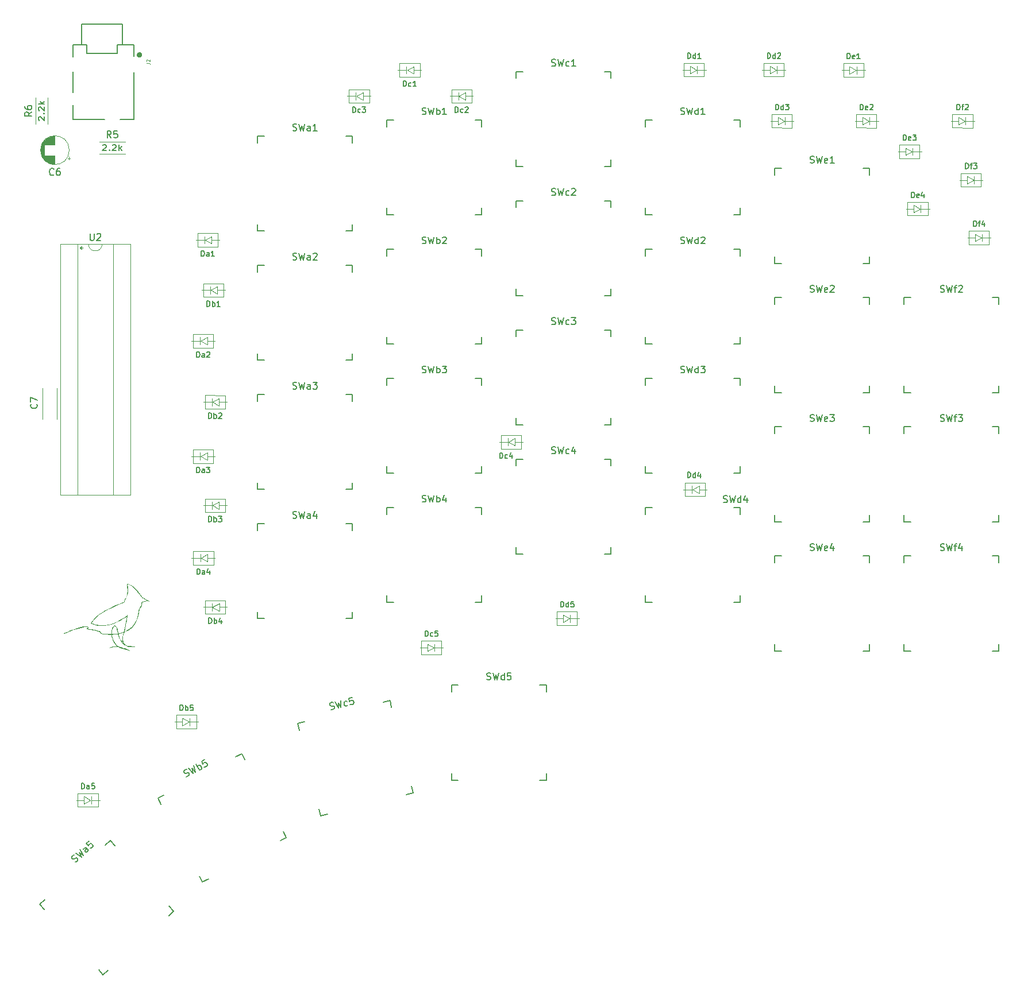
<source format=gbr>
%TF.GenerationSoftware,KiCad,Pcbnew,(6.0.5)*%
%TF.CreationDate,2022-07-25T14:12:34-03:00*%
%TF.ProjectId,bluejay_right,626c7565-6a61-4795-9f72-696768742e6b,rev?*%
%TF.SameCoordinates,Original*%
%TF.FileFunction,Legend,Top*%
%TF.FilePolarity,Positive*%
%FSLAX46Y46*%
G04 Gerber Fmt 4.6, Leading zero omitted, Abs format (unit mm)*
G04 Created by KiCad (PCBNEW (6.0.5)) date 2022-07-25 14:12:34*
%MOMM*%
%LPD*%
G01*
G04 APERTURE LIST*
%ADD10C,0.150000*%
%ADD11C,0.120150*%
%ADD12C,0.120000*%
%ADD13C,0.127000*%
%ADD14C,0.400000*%
G04 APERTURE END LIST*
D10*
%TO.C,SWd1*%
X36314285Y45950238D02*
X36457142Y45902619D01*
X36695238Y45902619D01*
X36790476Y45950238D01*
X36838095Y45997857D01*
X36885714Y46093095D01*
X36885714Y46188333D01*
X36838095Y46283571D01*
X36790476Y46331190D01*
X36695238Y46378809D01*
X36504761Y46426428D01*
X36409523Y46474047D01*
X36361904Y46521666D01*
X36314285Y46616904D01*
X36314285Y46712142D01*
X36361904Y46807380D01*
X36409523Y46855000D01*
X36504761Y46902619D01*
X36742857Y46902619D01*
X36885714Y46855000D01*
X37219047Y46902619D02*
X37457142Y45902619D01*
X37647619Y46616904D01*
X37838095Y45902619D01*
X38076190Y46902619D01*
X38885714Y45902619D02*
X38885714Y46902619D01*
X38885714Y45950238D02*
X38790476Y45902619D01*
X38600000Y45902619D01*
X38504761Y45950238D01*
X38457142Y45997857D01*
X38409523Y46093095D01*
X38409523Y46378809D01*
X38457142Y46474047D01*
X38504761Y46521666D01*
X38600000Y46569285D01*
X38790476Y46569285D01*
X38885714Y46521666D01*
X39885714Y45902619D02*
X39314285Y45902619D01*
X39600000Y45902619D02*
X39600000Y46902619D01*
X39504761Y46759761D01*
X39409523Y46664523D01*
X39314285Y46616904D01*
%TO.C,Dc4*%
X9636666Y-4801904D02*
X9636666Y-4001904D01*
X9827142Y-4001904D01*
X9941428Y-4040000D01*
X10017619Y-4116190D01*
X10055714Y-4192380D01*
X10093809Y-4344761D01*
X10093809Y-4459047D01*
X10055714Y-4611428D01*
X10017619Y-4687619D01*
X9941428Y-4763809D01*
X9827142Y-4801904D01*
X9636666Y-4801904D01*
X10779523Y-4763809D02*
X10703333Y-4801904D01*
X10550952Y-4801904D01*
X10474761Y-4763809D01*
X10436666Y-4725714D01*
X10398571Y-4649523D01*
X10398571Y-4420952D01*
X10436666Y-4344761D01*
X10474761Y-4306666D01*
X10550952Y-4268571D01*
X10703333Y-4268571D01*
X10779523Y-4306666D01*
X11465238Y-4268571D02*
X11465238Y-4801904D01*
X11274761Y-3963809D02*
X11084285Y-4535238D01*
X11579523Y-4535238D01*
%TO.C,Db2*%
X-33248680Y1106095D02*
X-33248680Y1906095D01*
X-33058204Y1906095D01*
X-32943919Y1868000D01*
X-32867728Y1791809D01*
X-32829633Y1715619D01*
X-32791538Y1563238D01*
X-32791538Y1448952D01*
X-32829633Y1296571D01*
X-32867728Y1220380D01*
X-32943919Y1144190D01*
X-33058204Y1106095D01*
X-33248680Y1106095D01*
X-32448680Y1106095D02*
X-32448680Y1906095D01*
X-32448680Y1601333D02*
X-32372490Y1639428D01*
X-32220109Y1639428D01*
X-32143919Y1601333D01*
X-32105823Y1563238D01*
X-32067728Y1487047D01*
X-32067728Y1258476D01*
X-32105823Y1182285D01*
X-32143919Y1144190D01*
X-32220109Y1106095D01*
X-32372490Y1106095D01*
X-32448680Y1144190D01*
X-31762966Y1829904D02*
X-31724871Y1868000D01*
X-31648680Y1906095D01*
X-31458204Y1906095D01*
X-31382014Y1868000D01*
X-31343919Y1829904D01*
X-31305823Y1753714D01*
X-31305823Y1677523D01*
X-31343919Y1563238D01*
X-31801061Y1106095D01*
X-31305823Y1106095D01*
%TO.C,Db3*%
X-33248680Y-14143904D02*
X-33248680Y-13343904D01*
X-33058204Y-13343904D01*
X-32943919Y-13382000D01*
X-32867728Y-13458190D01*
X-32829633Y-13534380D01*
X-32791538Y-13686761D01*
X-32791538Y-13801047D01*
X-32829633Y-13953428D01*
X-32867728Y-14029619D01*
X-32943919Y-14105809D01*
X-33058204Y-14143904D01*
X-33248680Y-14143904D01*
X-32448680Y-14143904D02*
X-32448680Y-13343904D01*
X-32448680Y-13648666D02*
X-32372490Y-13610571D01*
X-32220109Y-13610571D01*
X-32143919Y-13648666D01*
X-32105823Y-13686761D01*
X-32067728Y-13762952D01*
X-32067728Y-13991523D01*
X-32105823Y-14067714D01*
X-32143919Y-14105809D01*
X-32220109Y-14143904D01*
X-32372490Y-14143904D01*
X-32448680Y-14105809D01*
X-31801061Y-13343904D02*
X-31305823Y-13343904D01*
X-31572490Y-13648666D01*
X-31458204Y-13648666D01*
X-31382014Y-13686761D01*
X-31343919Y-13724857D01*
X-31305823Y-13801047D01*
X-31305823Y-13991523D01*
X-31343919Y-14067714D01*
X-31382014Y-14105809D01*
X-31458204Y-14143904D01*
X-31686776Y-14143904D01*
X-31762966Y-14105809D01*
X-31801061Y-14067714D01*
%TO.C,SWb5*%
X-36533355Y-51733293D02*
X-36384864Y-51708271D01*
X-36174639Y-51596492D01*
X-36112904Y-51509735D01*
X-36093215Y-51445334D01*
X-36095881Y-51338888D01*
X-36140593Y-51254798D01*
X-36227350Y-51193064D01*
X-36291751Y-51173374D01*
X-36398197Y-51176041D01*
X-36588733Y-51223419D01*
X-36695179Y-51226085D01*
X-36759580Y-51206396D01*
X-36846336Y-51144661D01*
X-36891048Y-51060571D01*
X-36893714Y-50954125D01*
X-36874025Y-50889724D01*
X-36812291Y-50802968D01*
X-36602065Y-50691189D01*
X-36453574Y-50666166D01*
X-36181614Y-50467631D02*
X-35501917Y-51238799D01*
X-35669073Y-50518699D01*
X-35165556Y-51059953D01*
X-35424802Y-50065226D01*
X-34618969Y-50769328D02*
X-35088441Y-49886380D01*
X-34909594Y-50222741D02*
X-34847860Y-50135984D01*
X-34679679Y-50046561D01*
X-34573233Y-50043895D01*
X-34508832Y-50063584D01*
X-34422076Y-50125319D01*
X-34287941Y-50377589D01*
X-34285275Y-50484035D01*
X-34304964Y-50548436D01*
X-34366698Y-50635193D01*
X-34534879Y-50724616D01*
X-34641325Y-50727283D01*
X-33869132Y-49238062D02*
X-34289583Y-49461620D01*
X-34108071Y-49904427D01*
X-34088381Y-49840026D01*
X-34026647Y-49753270D01*
X-33816421Y-49641491D01*
X-33709975Y-49638824D01*
X-33645574Y-49658514D01*
X-33558817Y-49720248D01*
X-33447039Y-49930474D01*
X-33444372Y-50036920D01*
X-33464061Y-50101321D01*
X-33525796Y-50188077D01*
X-33736021Y-50299856D01*
X-33842468Y-50302523D01*
X-33906868Y-50282833D01*
D11*
%TO.C,J2*%
X-42399914Y53519503D02*
X-42056630Y53519503D01*
X-41987973Y53496618D01*
X-41942202Y53450846D01*
X-41919316Y53382189D01*
X-41919316Y53336418D01*
X-42354143Y53725474D02*
X-42377029Y53748359D01*
X-42399914Y53794131D01*
X-42399914Y53908559D01*
X-42377029Y53954330D01*
X-42354143Y53977216D01*
X-42308372Y54000101D01*
X-42262600Y54000101D01*
X-42193944Y53977216D01*
X-41919316Y53702588D01*
X-41919316Y54000101D01*
D10*
%TO.C,SWb1*%
X-1785714Y45950238D02*
X-1642857Y45902619D01*
X-1404761Y45902619D01*
X-1309523Y45950238D01*
X-1261904Y45997857D01*
X-1214285Y46093095D01*
X-1214285Y46188333D01*
X-1261904Y46283571D01*
X-1309523Y46331190D01*
X-1404761Y46378809D01*
X-1595238Y46426428D01*
X-1690476Y46474047D01*
X-1738095Y46521666D01*
X-1785714Y46616904D01*
X-1785714Y46712142D01*
X-1738095Y46807380D01*
X-1690476Y46855000D01*
X-1595238Y46902619D01*
X-1357142Y46902619D01*
X-1214285Y46855000D01*
X-880952Y46902619D02*
X-642857Y45902619D01*
X-452380Y46616904D01*
X-261904Y45902619D01*
X-23809Y46902619D01*
X357142Y45902619D02*
X357142Y46902619D01*
X357142Y46521666D02*
X452380Y46569285D01*
X642857Y46569285D01*
X738095Y46521666D01*
X785714Y46474047D01*
X833333Y46378809D01*
X833333Y46093095D01*
X785714Y45997857D01*
X738095Y45950238D01*
X642857Y45902619D01*
X452380Y45902619D01*
X357142Y45950238D01*
X1785714Y45902619D02*
X1214285Y45902619D01*
X1500000Y45902619D02*
X1500000Y46902619D01*
X1404761Y46759761D01*
X1309523Y46664523D01*
X1214285Y46616904D01*
%TO.C,SWd3*%
X36314285Y7850238D02*
X36457142Y7802619D01*
X36695238Y7802619D01*
X36790476Y7850238D01*
X36838095Y7897857D01*
X36885714Y7993095D01*
X36885714Y8088333D01*
X36838095Y8183571D01*
X36790476Y8231190D01*
X36695238Y8278809D01*
X36504761Y8326428D01*
X36409523Y8374047D01*
X36361904Y8421666D01*
X36314285Y8516904D01*
X36314285Y8612142D01*
X36361904Y8707380D01*
X36409523Y8755000D01*
X36504761Y8802619D01*
X36742857Y8802619D01*
X36885714Y8755000D01*
X37219047Y8802619D02*
X37457142Y7802619D01*
X37647619Y8516904D01*
X37838095Y7802619D01*
X38076190Y8802619D01*
X38885714Y7802619D02*
X38885714Y8802619D01*
X38885714Y7850238D02*
X38790476Y7802619D01*
X38600000Y7802619D01*
X38504761Y7850238D01*
X38457142Y7897857D01*
X38409523Y7993095D01*
X38409523Y8278809D01*
X38457142Y8374047D01*
X38504761Y8421666D01*
X38600000Y8469285D01*
X38790476Y8469285D01*
X38885714Y8421666D01*
X39266666Y8802619D02*
X39885714Y8802619D01*
X39552380Y8421666D01*
X39695238Y8421666D01*
X39790476Y8374047D01*
X39838095Y8326428D01*
X39885714Y8231190D01*
X39885714Y7993095D01*
X39838095Y7897857D01*
X39790476Y7850238D01*
X39695238Y7802619D01*
X39409523Y7802619D01*
X39314285Y7850238D01*
X39266666Y7897857D01*
%TO.C,C6*%
X-56066666Y37042857D02*
X-56114285Y36995238D01*
X-56257142Y36947619D01*
X-56352380Y36947619D01*
X-56495238Y36995238D01*
X-56590476Y37090476D01*
X-56638095Y37185714D01*
X-56685714Y37376190D01*
X-56685714Y37519047D01*
X-56638095Y37709523D01*
X-56590476Y37804761D01*
X-56495238Y37900000D01*
X-56352380Y37947619D01*
X-56257142Y37947619D01*
X-56114285Y37900000D01*
X-56066666Y37852380D01*
X-55209523Y37947619D02*
X-55400000Y37947619D01*
X-55495238Y37900000D01*
X-55542857Y37852380D01*
X-55638095Y37709523D01*
X-55685714Y37519047D01*
X-55685714Y37138095D01*
X-55638095Y37042857D01*
X-55590476Y36995238D01*
X-55495238Y36947619D01*
X-55304761Y36947619D01*
X-55209523Y36995238D01*
X-55161904Y37042857D01*
X-55114285Y37138095D01*
X-55114285Y37376190D01*
X-55161904Y37471428D01*
X-55209523Y37519047D01*
X-55304761Y37566666D01*
X-55495238Y37566666D01*
X-55590476Y37519047D01*
X-55638095Y37471428D01*
X-55685714Y37376190D01*
%TO.C,Db1*%
X-33498680Y17606095D02*
X-33498680Y18406095D01*
X-33308204Y18406095D01*
X-33193919Y18368000D01*
X-33117728Y18291809D01*
X-33079633Y18215619D01*
X-33041538Y18063238D01*
X-33041538Y17948952D01*
X-33079633Y17796571D01*
X-33117728Y17720380D01*
X-33193919Y17644190D01*
X-33308204Y17606095D01*
X-33498680Y17606095D01*
X-32698680Y17606095D02*
X-32698680Y18406095D01*
X-32698680Y18101333D02*
X-32622490Y18139428D01*
X-32470109Y18139428D01*
X-32393919Y18101333D01*
X-32355823Y18063238D01*
X-32317728Y17987047D01*
X-32317728Y17758476D01*
X-32355823Y17682285D01*
X-32393919Y17644190D01*
X-32470109Y17606095D01*
X-32622490Y17606095D01*
X-32698680Y17644190D01*
X-31555823Y17606095D02*
X-32012966Y17606095D01*
X-31784395Y17606095D02*
X-31784395Y18406095D01*
X-31860585Y18291809D01*
X-31936776Y18215619D01*
X-32012966Y18177523D01*
%TO.C,Df4*%
X79458452Y29420095D02*
X79458452Y30220095D01*
X79648928Y30220095D01*
X79763214Y30182000D01*
X79839404Y30105809D01*
X79877500Y30029619D01*
X79915595Y29877238D01*
X79915595Y29762952D01*
X79877500Y29610571D01*
X79839404Y29534380D01*
X79763214Y29458190D01*
X79648928Y29420095D01*
X79458452Y29420095D01*
X80144166Y29953428D02*
X80448928Y29953428D01*
X80258452Y29420095D02*
X80258452Y30105809D01*
X80296547Y30182000D01*
X80372738Y30220095D01*
X80448928Y30220095D01*
X81058452Y29953428D02*
X81058452Y29420095D01*
X80867976Y30258190D02*
X80677500Y29686761D01*
X81172738Y29686761D01*
%TO.C,Df3*%
X78270952Y37920095D02*
X78270952Y38720095D01*
X78461428Y38720095D01*
X78575714Y38682000D01*
X78651904Y38605809D01*
X78690000Y38529619D01*
X78728095Y38377238D01*
X78728095Y38262952D01*
X78690000Y38110571D01*
X78651904Y38034380D01*
X78575714Y37958190D01*
X78461428Y37920095D01*
X78270952Y37920095D01*
X78956666Y38453428D02*
X79261428Y38453428D01*
X79070952Y37920095D02*
X79070952Y38605809D01*
X79109047Y38682000D01*
X79185238Y38720095D01*
X79261428Y38720095D01*
X79451904Y38720095D02*
X79947142Y38720095D01*
X79680476Y38415333D01*
X79794761Y38415333D01*
X79870952Y38377238D01*
X79909047Y38339142D01*
X79947142Y38262952D01*
X79947142Y38072476D01*
X79909047Y37996285D01*
X79870952Y37958190D01*
X79794761Y37920095D01*
X79566190Y37920095D01*
X79490000Y37958190D01*
X79451904Y37996285D01*
%TO.C,SWf2*%
X74580952Y19756538D02*
X74723809Y19708919D01*
X74961904Y19708919D01*
X75057142Y19756538D01*
X75104761Y19804157D01*
X75152380Y19899395D01*
X75152380Y19994633D01*
X75104761Y20089871D01*
X75057142Y20137490D01*
X74961904Y20185109D01*
X74771428Y20232728D01*
X74676190Y20280347D01*
X74628571Y20327966D01*
X74580952Y20423204D01*
X74580952Y20518442D01*
X74628571Y20613680D01*
X74676190Y20661300D01*
X74771428Y20708919D01*
X75009523Y20708919D01*
X75152380Y20661300D01*
X75485714Y20708919D02*
X75723809Y19708919D01*
X75914285Y20423204D01*
X76104761Y19708919D01*
X76342857Y20708919D01*
X76580952Y20375585D02*
X76961904Y20375585D01*
X76723809Y19708919D02*
X76723809Y20566061D01*
X76771428Y20661300D01*
X76866666Y20708919D01*
X76961904Y20708919D01*
X77247619Y20613680D02*
X77295238Y20661300D01*
X77390476Y20708919D01*
X77628571Y20708919D01*
X77723809Y20661300D01*
X77771428Y20613680D01*
X77819047Y20518442D01*
X77819047Y20423204D01*
X77771428Y20280347D01*
X77200000Y19708919D01*
X77819047Y19708919D01*
%TO.C,De1*%
X60844166Y54120095D02*
X60844166Y54920095D01*
X61034642Y54920095D01*
X61148928Y54882000D01*
X61225119Y54805809D01*
X61263214Y54729619D01*
X61301309Y54577238D01*
X61301309Y54462952D01*
X61263214Y54310571D01*
X61225119Y54234380D01*
X61148928Y54158190D01*
X61034642Y54120095D01*
X60844166Y54120095D01*
X61948928Y54158190D02*
X61872738Y54120095D01*
X61720357Y54120095D01*
X61644166Y54158190D01*
X61606071Y54234380D01*
X61606071Y54539142D01*
X61644166Y54615333D01*
X61720357Y54653428D01*
X61872738Y54653428D01*
X61948928Y54615333D01*
X61987023Y54539142D01*
X61987023Y54462952D01*
X61606071Y54386761D01*
X62748928Y54120095D02*
X62291785Y54120095D01*
X62520357Y54120095D02*
X62520357Y54920095D01*
X62444166Y54805809D01*
X62367976Y54729619D01*
X62291785Y54691523D01*
%TO.C,SWd4*%
X42604285Y-11254761D02*
X42747142Y-11302380D01*
X42985238Y-11302380D01*
X43080476Y-11254761D01*
X43128095Y-11207142D01*
X43175714Y-11111904D01*
X43175714Y-11016666D01*
X43128095Y-10921428D01*
X43080476Y-10873809D01*
X42985238Y-10826190D01*
X42794761Y-10778571D01*
X42699523Y-10730952D01*
X42651904Y-10683333D01*
X42604285Y-10588095D01*
X42604285Y-10492857D01*
X42651904Y-10397619D01*
X42699523Y-10350000D01*
X42794761Y-10302380D01*
X43032857Y-10302380D01*
X43175714Y-10350000D01*
X43509047Y-10302380D02*
X43747142Y-11302380D01*
X43937619Y-10588095D01*
X44128095Y-11302380D01*
X44366190Y-10302380D01*
X45175714Y-11302380D02*
X45175714Y-10302380D01*
X45175714Y-11254761D02*
X45080476Y-11302380D01*
X44890000Y-11302380D01*
X44794761Y-11254761D01*
X44747142Y-11207142D01*
X44699523Y-11111904D01*
X44699523Y-10826190D01*
X44747142Y-10730952D01*
X44794761Y-10683333D01*
X44890000Y-10635714D01*
X45080476Y-10635714D01*
X45175714Y-10683333D01*
X46080476Y-10635714D02*
X46080476Y-11302380D01*
X45842380Y-10254761D02*
X45604285Y-10969047D01*
X46223333Y-10969047D01*
%TO.C,SWf4*%
X74580952Y-18343561D02*
X74723809Y-18391180D01*
X74961904Y-18391180D01*
X75057142Y-18343561D01*
X75104761Y-18295942D01*
X75152380Y-18200704D01*
X75152380Y-18105466D01*
X75104761Y-18010228D01*
X75057142Y-17962609D01*
X74961904Y-17914990D01*
X74771428Y-17867371D01*
X74676190Y-17819752D01*
X74628571Y-17772133D01*
X74580952Y-17676895D01*
X74580952Y-17581657D01*
X74628571Y-17486419D01*
X74676190Y-17438800D01*
X74771428Y-17391180D01*
X75009523Y-17391180D01*
X75152380Y-17438800D01*
X75485714Y-17391180D02*
X75723809Y-18391180D01*
X75914285Y-17676895D01*
X76104761Y-18391180D01*
X76342857Y-17391180D01*
X76580952Y-17724514D02*
X76961904Y-17724514D01*
X76723809Y-18391180D02*
X76723809Y-17534038D01*
X76771428Y-17438800D01*
X76866666Y-17391180D01*
X76961904Y-17391180D01*
X77723809Y-17724514D02*
X77723809Y-18391180D01*
X77485714Y-17343561D02*
X77247619Y-18057847D01*
X77866666Y-18057847D01*
%TO.C,SWa3*%
X-20835714Y5468938D02*
X-20692857Y5421319D01*
X-20454761Y5421319D01*
X-20359523Y5468938D01*
X-20311904Y5516557D01*
X-20264285Y5611795D01*
X-20264285Y5707033D01*
X-20311904Y5802271D01*
X-20359523Y5849890D01*
X-20454761Y5897509D01*
X-20645238Y5945128D01*
X-20740476Y5992747D01*
X-20788095Y6040366D01*
X-20835714Y6135604D01*
X-20835714Y6230842D01*
X-20788095Y6326080D01*
X-20740476Y6373700D01*
X-20645238Y6421319D01*
X-20407142Y6421319D01*
X-20264285Y6373700D01*
X-19930952Y6421319D02*
X-19692857Y5421319D01*
X-19502380Y6135604D01*
X-19311904Y5421319D01*
X-19073809Y6421319D01*
X-18264285Y5421319D02*
X-18264285Y5945128D01*
X-18311904Y6040366D01*
X-18407142Y6087985D01*
X-18597619Y6087985D01*
X-18692857Y6040366D01*
X-18264285Y5468938D02*
X-18359523Y5421319D01*
X-18597619Y5421319D01*
X-18692857Y5468938D01*
X-18740476Y5564176D01*
X-18740476Y5659414D01*
X-18692857Y5754652D01*
X-18597619Y5802271D01*
X-18359523Y5802271D01*
X-18264285Y5849890D01*
X-17883333Y6421319D02*
X-17264285Y6421319D01*
X-17597619Y6040366D01*
X-17454761Y6040366D01*
X-17359523Y5992747D01*
X-17311904Y5945128D01*
X-17264285Y5849890D01*
X-17264285Y5611795D01*
X-17311904Y5516557D01*
X-17359523Y5468938D01*
X-17454761Y5421319D01*
X-17740476Y5421319D01*
X-17835714Y5468938D01*
X-17883333Y5516557D01*
%TO.C,SWc3*%
X17288095Y14994038D02*
X17430952Y14946419D01*
X17669047Y14946419D01*
X17764285Y14994038D01*
X17811904Y15041657D01*
X17859523Y15136895D01*
X17859523Y15232133D01*
X17811904Y15327371D01*
X17764285Y15374990D01*
X17669047Y15422609D01*
X17478571Y15470228D01*
X17383333Y15517847D01*
X17335714Y15565466D01*
X17288095Y15660704D01*
X17288095Y15755942D01*
X17335714Y15851180D01*
X17383333Y15898800D01*
X17478571Y15946419D01*
X17716666Y15946419D01*
X17859523Y15898800D01*
X18192857Y15946419D02*
X18430952Y14946419D01*
X18621428Y15660704D01*
X18811904Y14946419D01*
X19050000Y15946419D01*
X19859523Y14994038D02*
X19764285Y14946419D01*
X19573809Y14946419D01*
X19478571Y14994038D01*
X19430952Y15041657D01*
X19383333Y15136895D01*
X19383333Y15422609D01*
X19430952Y15517847D01*
X19478571Y15565466D01*
X19573809Y15613085D01*
X19764285Y15613085D01*
X19859523Y15565466D01*
X20192857Y15946419D02*
X20811904Y15946419D01*
X20478571Y15565466D01*
X20621428Y15565466D01*
X20716666Y15517847D01*
X20764285Y15470228D01*
X20811904Y15374990D01*
X20811904Y15136895D01*
X20764285Y15041657D01*
X20716666Y14994038D01*
X20621428Y14946419D01*
X20335714Y14946419D01*
X20240476Y14994038D01*
X20192857Y15041657D01*
%TO.C,Da2*%
X-34998680Y10106095D02*
X-34998680Y10906095D01*
X-34808204Y10906095D01*
X-34693919Y10868000D01*
X-34617728Y10791809D01*
X-34579633Y10715619D01*
X-34541538Y10563238D01*
X-34541538Y10448952D01*
X-34579633Y10296571D01*
X-34617728Y10220380D01*
X-34693919Y10144190D01*
X-34808204Y10106095D01*
X-34998680Y10106095D01*
X-33855823Y10106095D02*
X-33855823Y10525142D01*
X-33893919Y10601333D01*
X-33970109Y10639428D01*
X-34122490Y10639428D01*
X-34198680Y10601333D01*
X-33855823Y10144190D02*
X-33932014Y10106095D01*
X-34122490Y10106095D01*
X-34198680Y10144190D01*
X-34236776Y10220380D01*
X-34236776Y10296571D01*
X-34198680Y10372761D01*
X-34122490Y10410857D01*
X-33932014Y10410857D01*
X-33855823Y10448952D01*
X-33512966Y10829904D02*
X-33474871Y10868000D01*
X-33398680Y10906095D01*
X-33208204Y10906095D01*
X-33132014Y10868000D01*
X-33093919Y10829904D01*
X-33055823Y10753714D01*
X-33055823Y10677523D01*
X-33093919Y10563238D01*
X-33551061Y10106095D01*
X-33055823Y10106095D01*
%TO.C,SWd2*%
X36314285Y26900238D02*
X36457142Y26852619D01*
X36695238Y26852619D01*
X36790476Y26900238D01*
X36838095Y26947857D01*
X36885714Y27043095D01*
X36885714Y27138333D01*
X36838095Y27233571D01*
X36790476Y27281190D01*
X36695238Y27328809D01*
X36504761Y27376428D01*
X36409523Y27424047D01*
X36361904Y27471666D01*
X36314285Y27566904D01*
X36314285Y27662142D01*
X36361904Y27757380D01*
X36409523Y27805000D01*
X36504761Y27852619D01*
X36742857Y27852619D01*
X36885714Y27805000D01*
X37219047Y27852619D02*
X37457142Y26852619D01*
X37647619Y27566904D01*
X37838095Y26852619D01*
X38076190Y27852619D01*
X38885714Y26852619D02*
X38885714Y27852619D01*
X38885714Y26900238D02*
X38790476Y26852619D01*
X38600000Y26852619D01*
X38504761Y26900238D01*
X38457142Y26947857D01*
X38409523Y27043095D01*
X38409523Y27328809D01*
X38457142Y27424047D01*
X38504761Y27471666D01*
X38600000Y27519285D01*
X38790476Y27519285D01*
X38885714Y27471666D01*
X39314285Y27757380D02*
X39361904Y27805000D01*
X39457142Y27852619D01*
X39695238Y27852619D01*
X39790476Y27805000D01*
X39838095Y27757380D01*
X39885714Y27662142D01*
X39885714Y27566904D01*
X39838095Y27424047D01*
X39266666Y26852619D01*
X39885714Y26852619D01*
%TO.C,SWb2*%
X-1785714Y26900238D02*
X-1642857Y26852619D01*
X-1404761Y26852619D01*
X-1309523Y26900238D01*
X-1261904Y26947857D01*
X-1214285Y27043095D01*
X-1214285Y27138333D01*
X-1261904Y27233571D01*
X-1309523Y27281190D01*
X-1404761Y27328809D01*
X-1595238Y27376428D01*
X-1690476Y27424047D01*
X-1738095Y27471666D01*
X-1785714Y27566904D01*
X-1785714Y27662142D01*
X-1738095Y27757380D01*
X-1690476Y27805000D01*
X-1595238Y27852619D01*
X-1357142Y27852619D01*
X-1214285Y27805000D01*
X-880952Y27852619D02*
X-642857Y26852619D01*
X-452380Y27566904D01*
X-261904Y26852619D01*
X-23809Y27852619D01*
X357142Y26852619D02*
X357142Y27852619D01*
X357142Y27471666D02*
X452380Y27519285D01*
X642857Y27519285D01*
X738095Y27471666D01*
X785714Y27424047D01*
X833333Y27328809D01*
X833333Y27043095D01*
X785714Y26947857D01*
X738095Y26900238D01*
X642857Y26852619D01*
X452380Y26852619D01*
X357142Y26900238D01*
X1214285Y27757380D02*
X1261904Y27805000D01*
X1357142Y27852619D01*
X1595238Y27852619D01*
X1690476Y27805000D01*
X1738095Y27757380D01*
X1785714Y27662142D01*
X1785714Y27566904D01*
X1738095Y27424047D01*
X1166666Y26852619D01*
X1785714Y26852619D01*
%TO.C,Da3*%
X-34998680Y-6893904D02*
X-34998680Y-6093904D01*
X-34808204Y-6093904D01*
X-34693919Y-6132000D01*
X-34617728Y-6208190D01*
X-34579633Y-6284380D01*
X-34541538Y-6436761D01*
X-34541538Y-6551047D01*
X-34579633Y-6703428D01*
X-34617728Y-6779619D01*
X-34693919Y-6855809D01*
X-34808204Y-6893904D01*
X-34998680Y-6893904D01*
X-33855823Y-6893904D02*
X-33855823Y-6474857D01*
X-33893919Y-6398666D01*
X-33970109Y-6360571D01*
X-34122490Y-6360571D01*
X-34198680Y-6398666D01*
X-33855823Y-6855809D02*
X-33932014Y-6893904D01*
X-34122490Y-6893904D01*
X-34198680Y-6855809D01*
X-34236776Y-6779619D01*
X-34236776Y-6703428D01*
X-34198680Y-6627238D01*
X-34122490Y-6589142D01*
X-33932014Y-6589142D01*
X-33855823Y-6551047D01*
X-33551061Y-6093904D02*
X-33055823Y-6093904D01*
X-33322490Y-6398666D01*
X-33208204Y-6398666D01*
X-33132014Y-6436761D01*
X-33093919Y-6474857D01*
X-33055823Y-6551047D01*
X-33055823Y-6741523D01*
X-33093919Y-6817714D01*
X-33132014Y-6855809D01*
X-33208204Y-6893904D01*
X-33436776Y-6893904D01*
X-33512966Y-6855809D01*
X-33551061Y-6817714D01*
%TO.C,SWf3*%
X74580952Y706438D02*
X74723809Y658819D01*
X74961904Y658819D01*
X75057142Y706438D01*
X75104761Y754057D01*
X75152380Y849295D01*
X75152380Y944533D01*
X75104761Y1039771D01*
X75057142Y1087390D01*
X74961904Y1135009D01*
X74771428Y1182628D01*
X74676190Y1230247D01*
X74628571Y1277866D01*
X74580952Y1373104D01*
X74580952Y1468342D01*
X74628571Y1563580D01*
X74676190Y1611200D01*
X74771428Y1658819D01*
X75009523Y1658819D01*
X75152380Y1611200D01*
X75485714Y1658819D02*
X75723809Y658819D01*
X75914285Y1373104D01*
X76104761Y658819D01*
X76342857Y1658819D01*
X76580952Y1325485D02*
X76961904Y1325485D01*
X76723809Y658819D02*
X76723809Y1515961D01*
X76771428Y1611200D01*
X76866666Y1658819D01*
X76961904Y1658819D01*
X77200000Y1658819D02*
X77819047Y1658819D01*
X77485714Y1277866D01*
X77628571Y1277866D01*
X77723809Y1230247D01*
X77771428Y1182628D01*
X77819047Y1087390D01*
X77819047Y849295D01*
X77771428Y754057D01*
X77723809Y706438D01*
X77628571Y658819D01*
X77342857Y658819D01*
X77247619Y706438D01*
X77200000Y754057D01*
%TO.C,R6*%
X-59317619Y46273333D02*
X-59793809Y45940000D01*
X-59317619Y45701904D02*
X-60317619Y45701904D01*
X-60317619Y46082857D01*
X-60270000Y46178095D01*
X-60222380Y46225714D01*
X-60127142Y46273333D01*
X-59984285Y46273333D01*
X-59889047Y46225714D01*
X-59841428Y46178095D01*
X-59793809Y46082857D01*
X-59793809Y45701904D01*
X-60317619Y47130476D02*
X-60317619Y46940000D01*
X-60270000Y46844761D01*
X-60222380Y46797142D01*
X-60079523Y46701904D01*
X-59889047Y46654285D01*
X-59508095Y46654285D01*
X-59412857Y46701904D01*
X-59365238Y46749523D01*
X-59317619Y46844761D01*
X-59317619Y47035238D01*
X-59365238Y47130476D01*
X-59412857Y47178095D01*
X-59508095Y47225714D01*
X-59746190Y47225714D01*
X-59841428Y47178095D01*
X-59889047Y47130476D01*
X-59936666Y47035238D01*
X-59936666Y46844761D01*
X-59889047Y46749523D01*
X-59841428Y46701904D01*
X-59746190Y46654285D01*
X-58211904Y45035238D02*
X-58250000Y45082857D01*
X-58288095Y45178095D01*
X-58288095Y45416190D01*
X-58250000Y45511428D01*
X-58211904Y45559047D01*
X-58135714Y45606666D01*
X-58059523Y45606666D01*
X-57945238Y45559047D01*
X-57488095Y44987619D01*
X-57488095Y45606666D01*
X-57564285Y46035238D02*
X-57526190Y46082857D01*
X-57488095Y46035238D01*
X-57526190Y45987619D01*
X-57564285Y46035238D01*
X-57488095Y46035238D01*
X-58211904Y46463809D02*
X-58250000Y46511428D01*
X-58288095Y46606666D01*
X-58288095Y46844761D01*
X-58250000Y46940000D01*
X-58211904Y46987619D01*
X-58135714Y47035238D01*
X-58059523Y47035238D01*
X-57945238Y46987619D01*
X-57488095Y46416190D01*
X-57488095Y47035238D01*
X-57488095Y47463809D02*
X-58288095Y47463809D01*
X-57792857Y47559047D02*
X-57488095Y47844761D01*
X-58021428Y47844761D02*
X-57716666Y47463809D01*
%TO.C,SWb3*%
X-1785714Y7850238D02*
X-1642857Y7802619D01*
X-1404761Y7802619D01*
X-1309523Y7850238D01*
X-1261904Y7897857D01*
X-1214285Y7993095D01*
X-1214285Y8088333D01*
X-1261904Y8183571D01*
X-1309523Y8231190D01*
X-1404761Y8278809D01*
X-1595238Y8326428D01*
X-1690476Y8374047D01*
X-1738095Y8421666D01*
X-1785714Y8516904D01*
X-1785714Y8612142D01*
X-1738095Y8707380D01*
X-1690476Y8755000D01*
X-1595238Y8802619D01*
X-1357142Y8802619D01*
X-1214285Y8755000D01*
X-880952Y8802619D02*
X-642857Y7802619D01*
X-452380Y8516904D01*
X-261904Y7802619D01*
X-23809Y8802619D01*
X357142Y7802619D02*
X357142Y8802619D01*
X357142Y8421666D02*
X452380Y8469285D01*
X642857Y8469285D01*
X738095Y8421666D01*
X785714Y8374047D01*
X833333Y8278809D01*
X833333Y7993095D01*
X785714Y7897857D01*
X738095Y7850238D01*
X642857Y7802619D01*
X452380Y7802619D01*
X357142Y7850238D01*
X1166666Y8802619D02*
X1785714Y8802619D01*
X1452380Y8421666D01*
X1595238Y8421666D01*
X1690476Y8374047D01*
X1738095Y8326428D01*
X1785714Y8231190D01*
X1785714Y7993095D01*
X1738095Y7897857D01*
X1690476Y7850238D01*
X1595238Y7802619D01*
X1309523Y7802619D01*
X1214285Y7850238D01*
X1166666Y7897857D01*
%TO.C,Dd4*%
X37327619Y-7621904D02*
X37327619Y-6821904D01*
X37518095Y-6821904D01*
X37632380Y-6860000D01*
X37708571Y-6936190D01*
X37746666Y-7012380D01*
X37784761Y-7164761D01*
X37784761Y-7279047D01*
X37746666Y-7431428D01*
X37708571Y-7507619D01*
X37632380Y-7583809D01*
X37518095Y-7621904D01*
X37327619Y-7621904D01*
X38470476Y-7621904D02*
X38470476Y-6821904D01*
X38470476Y-7583809D02*
X38394285Y-7621904D01*
X38241904Y-7621904D01*
X38165714Y-7583809D01*
X38127619Y-7545714D01*
X38089523Y-7469523D01*
X38089523Y-7240952D01*
X38127619Y-7164761D01*
X38165714Y-7126666D01*
X38241904Y-7088571D01*
X38394285Y-7088571D01*
X38470476Y-7126666D01*
X39194285Y-7088571D02*
X39194285Y-7621904D01*
X39003809Y-6783809D02*
X38813333Y-7355238D01*
X39308571Y-7355238D01*
%TO.C,SWe4*%
X55388095Y-18343561D02*
X55530952Y-18391180D01*
X55769047Y-18391180D01*
X55864285Y-18343561D01*
X55911904Y-18295942D01*
X55959523Y-18200704D01*
X55959523Y-18105466D01*
X55911904Y-18010228D01*
X55864285Y-17962609D01*
X55769047Y-17914990D01*
X55578571Y-17867371D01*
X55483333Y-17819752D01*
X55435714Y-17772133D01*
X55388095Y-17676895D01*
X55388095Y-17581657D01*
X55435714Y-17486419D01*
X55483333Y-17438800D01*
X55578571Y-17391180D01*
X55816666Y-17391180D01*
X55959523Y-17438800D01*
X56292857Y-17391180D02*
X56530952Y-18391180D01*
X56721428Y-17676895D01*
X56911904Y-18391180D01*
X57150000Y-17391180D01*
X57911904Y-18343561D02*
X57816666Y-18391180D01*
X57626190Y-18391180D01*
X57530952Y-18343561D01*
X57483333Y-18248323D01*
X57483333Y-17867371D01*
X57530952Y-17772133D01*
X57626190Y-17724514D01*
X57816666Y-17724514D01*
X57911904Y-17772133D01*
X57959523Y-17867371D01*
X57959523Y-17962609D01*
X57483333Y-18057847D01*
X58816666Y-17724514D02*
X58816666Y-18391180D01*
X58578571Y-17343561D02*
X58340476Y-18057847D01*
X58959523Y-18057847D01*
%TO.C,SWa2*%
X-20835714Y24519038D02*
X-20692857Y24471419D01*
X-20454761Y24471419D01*
X-20359523Y24519038D01*
X-20311904Y24566657D01*
X-20264285Y24661895D01*
X-20264285Y24757133D01*
X-20311904Y24852371D01*
X-20359523Y24899990D01*
X-20454761Y24947609D01*
X-20645238Y24995228D01*
X-20740476Y25042847D01*
X-20788095Y25090466D01*
X-20835714Y25185704D01*
X-20835714Y25280942D01*
X-20788095Y25376180D01*
X-20740476Y25423800D01*
X-20645238Y25471419D01*
X-20407142Y25471419D01*
X-20264285Y25423800D01*
X-19930952Y25471419D02*
X-19692857Y24471419D01*
X-19502380Y25185704D01*
X-19311904Y24471419D01*
X-19073809Y25471419D01*
X-18264285Y24471419D02*
X-18264285Y24995228D01*
X-18311904Y25090466D01*
X-18407142Y25138085D01*
X-18597619Y25138085D01*
X-18692857Y25090466D01*
X-18264285Y24519038D02*
X-18359523Y24471419D01*
X-18597619Y24471419D01*
X-18692857Y24519038D01*
X-18740476Y24614276D01*
X-18740476Y24709514D01*
X-18692857Y24804752D01*
X-18597619Y24852371D01*
X-18359523Y24852371D01*
X-18264285Y24899990D01*
X-17835714Y25376180D02*
X-17788095Y25423800D01*
X-17692857Y25471419D01*
X-17454761Y25471419D01*
X-17359523Y25423800D01*
X-17311904Y25376180D01*
X-17264285Y25280942D01*
X-17264285Y25185704D01*
X-17311904Y25042847D01*
X-17883333Y24471419D01*
X-17264285Y24471419D01*
%TO.C,SWb4*%
X-1785714Y-11199761D02*
X-1642857Y-11247380D01*
X-1404761Y-11247380D01*
X-1309523Y-11199761D01*
X-1261904Y-11152142D01*
X-1214285Y-11056904D01*
X-1214285Y-10961666D01*
X-1261904Y-10866428D01*
X-1309523Y-10818809D01*
X-1404761Y-10771190D01*
X-1595238Y-10723571D01*
X-1690476Y-10675952D01*
X-1738095Y-10628333D01*
X-1785714Y-10533095D01*
X-1785714Y-10437857D01*
X-1738095Y-10342619D01*
X-1690476Y-10295000D01*
X-1595238Y-10247380D01*
X-1357142Y-10247380D01*
X-1214285Y-10295000D01*
X-880952Y-10247380D02*
X-642857Y-11247380D01*
X-452380Y-10533095D01*
X-261904Y-11247380D01*
X-23809Y-10247380D01*
X357142Y-11247380D02*
X357142Y-10247380D01*
X357142Y-10628333D02*
X452380Y-10580714D01*
X642857Y-10580714D01*
X738095Y-10628333D01*
X785714Y-10675952D01*
X833333Y-10771190D01*
X833333Y-11056904D01*
X785714Y-11152142D01*
X738095Y-11199761D01*
X642857Y-11247380D01*
X452380Y-11247380D01*
X357142Y-11199761D01*
X1690476Y-10580714D02*
X1690476Y-11247380D01*
X1452380Y-10199761D02*
X1214285Y-10914047D01*
X1833333Y-10914047D01*
%TO.C,Dd1*%
X37337619Y54170095D02*
X37337619Y54970095D01*
X37528095Y54970095D01*
X37642380Y54932000D01*
X37718571Y54855809D01*
X37756666Y54779619D01*
X37794761Y54627238D01*
X37794761Y54512952D01*
X37756666Y54360571D01*
X37718571Y54284380D01*
X37642380Y54208190D01*
X37528095Y54170095D01*
X37337619Y54170095D01*
X38480476Y54170095D02*
X38480476Y54970095D01*
X38480476Y54208190D02*
X38404285Y54170095D01*
X38251904Y54170095D01*
X38175714Y54208190D01*
X38137619Y54246285D01*
X38099523Y54322476D01*
X38099523Y54551047D01*
X38137619Y54627238D01*
X38175714Y54665333D01*
X38251904Y54703428D01*
X38404285Y54703428D01*
X38480476Y54665333D01*
X39280476Y54170095D02*
X38823333Y54170095D01*
X39051904Y54170095D02*
X39051904Y54970095D01*
X38975714Y54855809D01*
X38899523Y54779619D01*
X38823333Y54741523D01*
%TO.C,SWa1*%
X-20835714Y43569038D02*
X-20692857Y43521419D01*
X-20454761Y43521419D01*
X-20359523Y43569038D01*
X-20311904Y43616657D01*
X-20264285Y43711895D01*
X-20264285Y43807133D01*
X-20311904Y43902371D01*
X-20359523Y43949990D01*
X-20454761Y43997609D01*
X-20645238Y44045228D01*
X-20740476Y44092847D01*
X-20788095Y44140466D01*
X-20835714Y44235704D01*
X-20835714Y44330942D01*
X-20788095Y44426180D01*
X-20740476Y44473800D01*
X-20645238Y44521419D01*
X-20407142Y44521419D01*
X-20264285Y44473800D01*
X-19930952Y44521419D02*
X-19692857Y43521419D01*
X-19502380Y44235704D01*
X-19311904Y43521419D01*
X-19073809Y44521419D01*
X-18264285Y43521419D02*
X-18264285Y44045228D01*
X-18311904Y44140466D01*
X-18407142Y44188085D01*
X-18597619Y44188085D01*
X-18692857Y44140466D01*
X-18264285Y43569038D02*
X-18359523Y43521419D01*
X-18597619Y43521419D01*
X-18692857Y43569038D01*
X-18740476Y43664276D01*
X-18740476Y43759514D01*
X-18692857Y43854752D01*
X-18597619Y43902371D01*
X-18359523Y43902371D01*
X-18264285Y43949990D01*
X-17264285Y43521419D02*
X-17835714Y43521419D01*
X-17550000Y43521419D02*
X-17550000Y44521419D01*
X-17645238Y44378561D01*
X-17740476Y44283323D01*
X-17835714Y44235704D01*
%TO.C,SWe3*%
X55388095Y706438D02*
X55530952Y658819D01*
X55769047Y658819D01*
X55864285Y706438D01*
X55911904Y754057D01*
X55959523Y849295D01*
X55959523Y944533D01*
X55911904Y1039771D01*
X55864285Y1087390D01*
X55769047Y1135009D01*
X55578571Y1182628D01*
X55483333Y1230247D01*
X55435714Y1277866D01*
X55388095Y1373104D01*
X55388095Y1468342D01*
X55435714Y1563580D01*
X55483333Y1611200D01*
X55578571Y1658819D01*
X55816666Y1658819D01*
X55959523Y1611200D01*
X56292857Y1658819D02*
X56530952Y658819D01*
X56721428Y1373104D01*
X56911904Y658819D01*
X57150000Y1658819D01*
X57911904Y706438D02*
X57816666Y658819D01*
X57626190Y658819D01*
X57530952Y706438D01*
X57483333Y801676D01*
X57483333Y1182628D01*
X57530952Y1277866D01*
X57626190Y1325485D01*
X57816666Y1325485D01*
X57911904Y1277866D01*
X57959523Y1182628D01*
X57959523Y1087390D01*
X57483333Y992152D01*
X58292857Y1658819D02*
X58911904Y1658819D01*
X58578571Y1277866D01*
X58721428Y1277866D01*
X58816666Y1230247D01*
X58864285Y1182628D01*
X58911904Y1087390D01*
X58911904Y849295D01*
X58864285Y754057D01*
X58816666Y706438D01*
X58721428Y658819D01*
X58435714Y658819D01*
X58340476Y706438D01*
X58292857Y754057D01*
%TO.C,Dd3*%
X50287619Y46620095D02*
X50287619Y47420095D01*
X50478095Y47420095D01*
X50592380Y47382000D01*
X50668571Y47305809D01*
X50706666Y47229619D01*
X50744761Y47077238D01*
X50744761Y46962952D01*
X50706666Y46810571D01*
X50668571Y46734380D01*
X50592380Y46658190D01*
X50478095Y46620095D01*
X50287619Y46620095D01*
X51430476Y46620095D02*
X51430476Y47420095D01*
X51430476Y46658190D02*
X51354285Y46620095D01*
X51201904Y46620095D01*
X51125714Y46658190D01*
X51087619Y46696285D01*
X51049523Y46772476D01*
X51049523Y47001047D01*
X51087619Y47077238D01*
X51125714Y47115333D01*
X51201904Y47153428D01*
X51354285Y47153428D01*
X51430476Y47115333D01*
X51735238Y47420095D02*
X52230476Y47420095D01*
X51963809Y47115333D01*
X52078095Y47115333D01*
X52154285Y47077238D01*
X52192380Y47039142D01*
X52230476Y46962952D01*
X52230476Y46772476D01*
X52192380Y46696285D01*
X52154285Y46658190D01*
X52078095Y46620095D01*
X51849523Y46620095D01*
X51773333Y46658190D01*
X51735238Y46696285D01*
%TO.C,Db4*%
X-33229880Y-29143904D02*
X-33229880Y-28343904D01*
X-33039404Y-28343904D01*
X-32925119Y-28382000D01*
X-32848928Y-28458190D01*
X-32810833Y-28534380D01*
X-32772738Y-28686761D01*
X-32772738Y-28801047D01*
X-32810833Y-28953428D01*
X-32848928Y-29029619D01*
X-32925119Y-29105809D01*
X-33039404Y-29143904D01*
X-33229880Y-29143904D01*
X-32429880Y-29143904D02*
X-32429880Y-28343904D01*
X-32429880Y-28648666D02*
X-32353690Y-28610571D01*
X-32201309Y-28610571D01*
X-32125119Y-28648666D01*
X-32087023Y-28686761D01*
X-32048928Y-28762952D01*
X-32048928Y-28991523D01*
X-32087023Y-29067714D01*
X-32125119Y-29105809D01*
X-32201309Y-29143904D01*
X-32353690Y-29143904D01*
X-32429880Y-29105809D01*
X-31363214Y-28610571D02*
X-31363214Y-29143904D01*
X-31553690Y-28305809D02*
X-31744166Y-28877238D01*
X-31248928Y-28877238D01*
%TO.C,SWc1*%
X17288095Y53094038D02*
X17430952Y53046419D01*
X17669047Y53046419D01*
X17764285Y53094038D01*
X17811904Y53141657D01*
X17859523Y53236895D01*
X17859523Y53332133D01*
X17811904Y53427371D01*
X17764285Y53474990D01*
X17669047Y53522609D01*
X17478571Y53570228D01*
X17383333Y53617847D01*
X17335714Y53665466D01*
X17288095Y53760704D01*
X17288095Y53855942D01*
X17335714Y53951180D01*
X17383333Y53998800D01*
X17478571Y54046419D01*
X17716666Y54046419D01*
X17859523Y53998800D01*
X18192857Y54046419D02*
X18430952Y53046419D01*
X18621428Y53760704D01*
X18811904Y53046419D01*
X19050000Y54046419D01*
X19859523Y53094038D02*
X19764285Y53046419D01*
X19573809Y53046419D01*
X19478571Y53094038D01*
X19430952Y53141657D01*
X19383333Y53236895D01*
X19383333Y53522609D01*
X19430952Y53617847D01*
X19478571Y53665466D01*
X19573809Y53713085D01*
X19764285Y53713085D01*
X19859523Y53665466D01*
X20811904Y53046419D02*
X20240476Y53046419D01*
X20526190Y53046419D02*
X20526190Y54046419D01*
X20430952Y53903561D01*
X20335714Y53808323D01*
X20240476Y53760704D01*
%TO.C,De3*%
X69106666Y42120095D02*
X69106666Y42920095D01*
X69297142Y42920095D01*
X69411428Y42882000D01*
X69487619Y42805809D01*
X69525714Y42729619D01*
X69563809Y42577238D01*
X69563809Y42462952D01*
X69525714Y42310571D01*
X69487619Y42234380D01*
X69411428Y42158190D01*
X69297142Y42120095D01*
X69106666Y42120095D01*
X70211428Y42158190D02*
X70135238Y42120095D01*
X69982857Y42120095D01*
X69906666Y42158190D01*
X69868571Y42234380D01*
X69868571Y42539142D01*
X69906666Y42615333D01*
X69982857Y42653428D01*
X70135238Y42653428D01*
X70211428Y42615333D01*
X70249523Y42539142D01*
X70249523Y42462952D01*
X69868571Y42386761D01*
X70516190Y42920095D02*
X71011428Y42920095D01*
X70744761Y42615333D01*
X70859047Y42615333D01*
X70935238Y42577238D01*
X70973333Y42539142D01*
X71011428Y42462952D01*
X71011428Y42272476D01*
X70973333Y42196285D01*
X70935238Y42158190D01*
X70859047Y42120095D01*
X70630476Y42120095D01*
X70554285Y42158190D01*
X70516190Y42196285D01*
%TO.C,Dc1*%
X-4573333Y50056095D02*
X-4573333Y50856095D01*
X-4382857Y50856095D01*
X-4268571Y50818000D01*
X-4192380Y50741809D01*
X-4154285Y50665619D01*
X-4116190Y50513238D01*
X-4116190Y50398952D01*
X-4154285Y50246571D01*
X-4192380Y50170380D01*
X-4268571Y50094190D01*
X-4382857Y50056095D01*
X-4573333Y50056095D01*
X-3430476Y50094190D02*
X-3506666Y50056095D01*
X-3659047Y50056095D01*
X-3735238Y50094190D01*
X-3773333Y50132285D01*
X-3811428Y50208476D01*
X-3811428Y50437047D01*
X-3773333Y50513238D01*
X-3735238Y50551333D01*
X-3659047Y50589428D01*
X-3506666Y50589428D01*
X-3430476Y50551333D01*
X-2668571Y50056095D02*
X-3125714Y50056095D01*
X-2897142Y50056095D02*
X-2897142Y50856095D01*
X-2973333Y50741809D01*
X-3049523Y50665619D01*
X-3125714Y50627523D01*
%TO.C,R5*%
X-47616666Y42467619D02*
X-47950000Y42943809D01*
X-48188095Y42467619D02*
X-48188095Y43467619D01*
X-47807142Y43467619D01*
X-47711904Y43420000D01*
X-47664285Y43372380D01*
X-47616666Y43277142D01*
X-47616666Y43134285D01*
X-47664285Y43039047D01*
X-47711904Y42991428D01*
X-47807142Y42943809D01*
X-48188095Y42943809D01*
X-46711904Y43467619D02*
X-47188095Y43467619D01*
X-47235714Y42991428D01*
X-47188095Y43039047D01*
X-47092857Y43086666D01*
X-46854761Y43086666D01*
X-46759523Y43039047D01*
X-46711904Y42991428D01*
X-46664285Y42896190D01*
X-46664285Y42658095D01*
X-46711904Y42562857D01*
X-46759523Y42515238D01*
X-46854761Y42467619D01*
X-47092857Y42467619D01*
X-47188095Y42515238D01*
X-47235714Y42562857D01*
X-48854761Y41361904D02*
X-48807142Y41400000D01*
X-48711904Y41438095D01*
X-48473809Y41438095D01*
X-48378571Y41400000D01*
X-48330952Y41361904D01*
X-48283333Y41285714D01*
X-48283333Y41209523D01*
X-48330952Y41095238D01*
X-48902380Y40638095D01*
X-48283333Y40638095D01*
X-47854761Y40714285D02*
X-47807142Y40676190D01*
X-47854761Y40638095D01*
X-47902380Y40676190D01*
X-47854761Y40714285D01*
X-47854761Y40638095D01*
X-47426190Y41361904D02*
X-47378571Y41400000D01*
X-47283333Y41438095D01*
X-47045238Y41438095D01*
X-46950000Y41400000D01*
X-46902380Y41361904D01*
X-46854761Y41285714D01*
X-46854761Y41209523D01*
X-46902380Y41095238D01*
X-47473809Y40638095D01*
X-46854761Y40638095D01*
X-46426190Y40638095D02*
X-46426190Y41438095D01*
X-46330952Y40942857D02*
X-46045238Y40638095D01*
X-46045238Y41171428D02*
X-46426190Y40866666D01*
%TO.C,SWc5*%
X-15239912Y-41825491D02*
X-15089779Y-41837135D01*
X-14858756Y-41779534D01*
X-14777867Y-41710290D01*
X-14743182Y-41652565D01*
X-14720018Y-41548636D01*
X-14743058Y-41456227D01*
X-14812303Y-41375338D01*
X-14870028Y-41340653D01*
X-14973957Y-41317489D01*
X-15170295Y-41317365D01*
X-15274224Y-41294200D01*
X-15331949Y-41259516D01*
X-15401194Y-41178627D01*
X-15424234Y-41086218D01*
X-15401069Y-40982288D01*
X-15366385Y-40924564D01*
X-15285496Y-40855319D01*
X-15054473Y-40797719D01*
X-14904339Y-40809363D01*
X-14592428Y-40682518D02*
X-14119483Y-41595213D01*
X-14107466Y-40856064D01*
X-13749846Y-41503052D01*
X-13760746Y-40475156D01*
X-12744866Y-41203406D02*
X-12825755Y-41272650D01*
X-13010574Y-41318731D01*
X-13114503Y-41295566D01*
X-13172227Y-41260882D01*
X-13241472Y-41179993D01*
X-13310593Y-40902766D01*
X-13287428Y-40798836D01*
X-13252744Y-40741112D01*
X-13171855Y-40671867D01*
X-12987037Y-40625787D01*
X-12883107Y-40648951D01*
X-12097381Y-40060433D02*
X-12559427Y-40175634D01*
X-12490431Y-40649199D01*
X-12455746Y-40591475D01*
X-12374857Y-40522230D01*
X-12143834Y-40464630D01*
X-12039905Y-40487794D01*
X-11982181Y-40522478D01*
X-11912936Y-40603367D01*
X-11855335Y-40834390D01*
X-11878500Y-40938319D01*
X-11913184Y-40996044D01*
X-11994073Y-41065289D01*
X-12225096Y-41122889D01*
X-12329025Y-41099725D01*
X-12386750Y-41065040D01*
%TO.C,SWa4*%
X-20835714Y-13581061D02*
X-20692857Y-13628680D01*
X-20454761Y-13628680D01*
X-20359523Y-13581061D01*
X-20311904Y-13533442D01*
X-20264285Y-13438204D01*
X-20264285Y-13342966D01*
X-20311904Y-13247728D01*
X-20359523Y-13200109D01*
X-20454761Y-13152490D01*
X-20645238Y-13104871D01*
X-20740476Y-13057252D01*
X-20788095Y-13009633D01*
X-20835714Y-12914395D01*
X-20835714Y-12819157D01*
X-20788095Y-12723919D01*
X-20740476Y-12676300D01*
X-20645238Y-12628680D01*
X-20407142Y-12628680D01*
X-20264285Y-12676300D01*
X-19930952Y-12628680D02*
X-19692857Y-13628680D01*
X-19502380Y-12914395D01*
X-19311904Y-13628680D01*
X-19073809Y-12628680D01*
X-18264285Y-13628680D02*
X-18264285Y-13104871D01*
X-18311904Y-13009633D01*
X-18407142Y-12962014D01*
X-18597619Y-12962014D01*
X-18692857Y-13009633D01*
X-18264285Y-13581061D02*
X-18359523Y-13628680D01*
X-18597619Y-13628680D01*
X-18692857Y-13581061D01*
X-18740476Y-13485823D01*
X-18740476Y-13390585D01*
X-18692857Y-13295347D01*
X-18597619Y-13247728D01*
X-18359523Y-13247728D01*
X-18264285Y-13200109D01*
X-17359523Y-12962014D02*
X-17359523Y-13628680D01*
X-17597619Y-12581061D02*
X-17835714Y-13295347D01*
X-17216666Y-13295347D01*
%TO.C,Dc3*%
X-12023333Y46206095D02*
X-12023333Y47006095D01*
X-11832857Y47006095D01*
X-11718571Y46968000D01*
X-11642380Y46891809D01*
X-11604285Y46815619D01*
X-11566190Y46663238D01*
X-11566190Y46548952D01*
X-11604285Y46396571D01*
X-11642380Y46320380D01*
X-11718571Y46244190D01*
X-11832857Y46206095D01*
X-12023333Y46206095D01*
X-10880476Y46244190D02*
X-10956666Y46206095D01*
X-11109047Y46206095D01*
X-11185238Y46244190D01*
X-11223333Y46282285D01*
X-11261428Y46358476D01*
X-11261428Y46587047D01*
X-11223333Y46663238D01*
X-11185238Y46701333D01*
X-11109047Y46739428D01*
X-10956666Y46739428D01*
X-10880476Y46701333D01*
X-10613809Y47006095D02*
X-10118571Y47006095D01*
X-10385238Y46701333D01*
X-10270952Y46701333D01*
X-10194761Y46663238D01*
X-10156666Y46625142D01*
X-10118571Y46548952D01*
X-10118571Y46358476D01*
X-10156666Y46282285D01*
X-10194761Y46244190D01*
X-10270952Y46206095D01*
X-10499523Y46206095D01*
X-10575714Y46244190D01*
X-10613809Y46282285D01*
%TO.C,Dd2*%
X49087619Y54170095D02*
X49087619Y54970095D01*
X49278095Y54970095D01*
X49392380Y54932000D01*
X49468571Y54855809D01*
X49506666Y54779619D01*
X49544761Y54627238D01*
X49544761Y54512952D01*
X49506666Y54360571D01*
X49468571Y54284380D01*
X49392380Y54208190D01*
X49278095Y54170095D01*
X49087619Y54170095D01*
X50230476Y54170095D02*
X50230476Y54970095D01*
X50230476Y54208190D02*
X50154285Y54170095D01*
X50001904Y54170095D01*
X49925714Y54208190D01*
X49887619Y54246285D01*
X49849523Y54322476D01*
X49849523Y54551047D01*
X49887619Y54627238D01*
X49925714Y54665333D01*
X50001904Y54703428D01*
X50154285Y54703428D01*
X50230476Y54665333D01*
X50573333Y54893904D02*
X50611428Y54932000D01*
X50687619Y54970095D01*
X50878095Y54970095D01*
X50954285Y54932000D01*
X50992380Y54893904D01*
X51030476Y54817714D01*
X51030476Y54741523D01*
X50992380Y54627238D01*
X50535238Y54170095D01*
X51030476Y54170095D01*
%TO.C,C7*%
X-58592857Y3183333D02*
X-58545238Y3135714D01*
X-58497619Y2992857D01*
X-58497619Y2897619D01*
X-58545238Y2754761D01*
X-58640476Y2659523D01*
X-58735714Y2611904D01*
X-58926190Y2564285D01*
X-59069047Y2564285D01*
X-59259523Y2611904D01*
X-59354761Y2659523D01*
X-59450000Y2754761D01*
X-59497619Y2897619D01*
X-59497619Y2992857D01*
X-59450000Y3135714D01*
X-59402380Y3183333D01*
X-59497619Y3516666D02*
X-59497619Y4183333D01*
X-58497619Y3754761D01*
%TO.C,SWd5*%
X7739285Y-37393561D02*
X7882142Y-37441180D01*
X8120238Y-37441180D01*
X8215476Y-37393561D01*
X8263095Y-37345942D01*
X8310714Y-37250704D01*
X8310714Y-37155466D01*
X8263095Y-37060228D01*
X8215476Y-37012609D01*
X8120238Y-36964990D01*
X7929761Y-36917371D01*
X7834523Y-36869752D01*
X7786904Y-36822133D01*
X7739285Y-36726895D01*
X7739285Y-36631657D01*
X7786904Y-36536419D01*
X7834523Y-36488800D01*
X7929761Y-36441180D01*
X8167857Y-36441180D01*
X8310714Y-36488800D01*
X8644047Y-36441180D02*
X8882142Y-37441180D01*
X9072619Y-36726895D01*
X9263095Y-37441180D01*
X9501190Y-36441180D01*
X10310714Y-37441180D02*
X10310714Y-36441180D01*
X10310714Y-37393561D02*
X10215476Y-37441180D01*
X10025000Y-37441180D01*
X9929761Y-37393561D01*
X9882142Y-37345942D01*
X9834523Y-37250704D01*
X9834523Y-36964990D01*
X9882142Y-36869752D01*
X9929761Y-36822133D01*
X10025000Y-36774514D01*
X10215476Y-36774514D01*
X10310714Y-36822133D01*
X11263095Y-36441180D02*
X10786904Y-36441180D01*
X10739285Y-36917371D01*
X10786904Y-36869752D01*
X10882142Y-36822133D01*
X11120238Y-36822133D01*
X11215476Y-36869752D01*
X11263095Y-36917371D01*
X11310714Y-37012609D01*
X11310714Y-37250704D01*
X11263095Y-37345942D01*
X11215476Y-37393561D01*
X11120238Y-37441180D01*
X10882142Y-37441180D01*
X10786904Y-37393561D01*
X10739285Y-37345942D01*
%TO.C,Dd5*%
X18625119Y-26729904D02*
X18625119Y-25929904D01*
X18815595Y-25929904D01*
X18929880Y-25968000D01*
X19006071Y-26044190D01*
X19044166Y-26120380D01*
X19082261Y-26272761D01*
X19082261Y-26387047D01*
X19044166Y-26539428D01*
X19006071Y-26615619D01*
X18929880Y-26691809D01*
X18815595Y-26729904D01*
X18625119Y-26729904D01*
X19767976Y-26729904D02*
X19767976Y-25929904D01*
X19767976Y-26691809D02*
X19691785Y-26729904D01*
X19539404Y-26729904D01*
X19463214Y-26691809D01*
X19425119Y-26653714D01*
X19387023Y-26577523D01*
X19387023Y-26348952D01*
X19425119Y-26272761D01*
X19463214Y-26234666D01*
X19539404Y-26196571D01*
X19691785Y-26196571D01*
X19767976Y-26234666D01*
X20529880Y-25929904D02*
X20148928Y-25929904D01*
X20110833Y-26310857D01*
X20148928Y-26272761D01*
X20225119Y-26234666D01*
X20415595Y-26234666D01*
X20491785Y-26272761D01*
X20529880Y-26310857D01*
X20567976Y-26387047D01*
X20567976Y-26577523D01*
X20529880Y-26653714D01*
X20491785Y-26691809D01*
X20415595Y-26729904D01*
X20225119Y-26729904D01*
X20148928Y-26691809D01*
X20110833Y-26653714D01*
%TO.C,U2*%
X-50701904Y28337619D02*
X-50701904Y27528095D01*
X-50654285Y27432857D01*
X-50606666Y27385238D01*
X-50511428Y27337619D01*
X-50320952Y27337619D01*
X-50225714Y27385238D01*
X-50178095Y27432857D01*
X-50130476Y27528095D01*
X-50130476Y28337619D01*
X-49701904Y28242380D02*
X-49654285Y28290000D01*
X-49559047Y28337619D01*
X-49320952Y28337619D01*
X-49225714Y28290000D01*
X-49178095Y28242380D01*
X-49130476Y28147142D01*
X-49130476Y28051904D01*
X-49178095Y27909047D01*
X-49749523Y27337619D01*
X-49130476Y27337619D01*
%TO.C,SWc4*%
X17288095Y-4056061D02*
X17430952Y-4103680D01*
X17669047Y-4103680D01*
X17764285Y-4056061D01*
X17811904Y-4008442D01*
X17859523Y-3913204D01*
X17859523Y-3817966D01*
X17811904Y-3722728D01*
X17764285Y-3675109D01*
X17669047Y-3627490D01*
X17478571Y-3579871D01*
X17383333Y-3532252D01*
X17335714Y-3484633D01*
X17288095Y-3389395D01*
X17288095Y-3294157D01*
X17335714Y-3198919D01*
X17383333Y-3151300D01*
X17478571Y-3103680D01*
X17716666Y-3103680D01*
X17859523Y-3151300D01*
X18192857Y-3103680D02*
X18430952Y-4103680D01*
X18621428Y-3389395D01*
X18811904Y-4103680D01*
X19050000Y-3103680D01*
X19859523Y-4056061D02*
X19764285Y-4103680D01*
X19573809Y-4103680D01*
X19478571Y-4056061D01*
X19430952Y-4008442D01*
X19383333Y-3913204D01*
X19383333Y-3627490D01*
X19430952Y-3532252D01*
X19478571Y-3484633D01*
X19573809Y-3437014D01*
X19764285Y-3437014D01*
X19859523Y-3484633D01*
X20716666Y-3437014D02*
X20716666Y-4103680D01*
X20478571Y-3056061D02*
X20240476Y-3770347D01*
X20859523Y-3770347D01*
%TO.C,Dc2*%
X3076666Y46206095D02*
X3076666Y47006095D01*
X3267142Y47006095D01*
X3381428Y46968000D01*
X3457619Y46891809D01*
X3495714Y46815619D01*
X3533809Y46663238D01*
X3533809Y46548952D01*
X3495714Y46396571D01*
X3457619Y46320380D01*
X3381428Y46244190D01*
X3267142Y46206095D01*
X3076666Y46206095D01*
X4219523Y46244190D02*
X4143333Y46206095D01*
X3990952Y46206095D01*
X3914761Y46244190D01*
X3876666Y46282285D01*
X3838571Y46358476D01*
X3838571Y46587047D01*
X3876666Y46663238D01*
X3914761Y46701333D01*
X3990952Y46739428D01*
X4143333Y46739428D01*
X4219523Y46701333D01*
X4524285Y46929904D02*
X4562380Y46968000D01*
X4638571Y47006095D01*
X4829047Y47006095D01*
X4905238Y46968000D01*
X4943333Y46929904D01*
X4981428Y46853714D01*
X4981428Y46777523D01*
X4943333Y46663238D01*
X4486190Y46206095D01*
X4981428Y46206095D01*
%TO.C,SWe2*%
X55388095Y19756538D02*
X55530952Y19708919D01*
X55769047Y19708919D01*
X55864285Y19756538D01*
X55911904Y19804157D01*
X55959523Y19899395D01*
X55959523Y19994633D01*
X55911904Y20089871D01*
X55864285Y20137490D01*
X55769047Y20185109D01*
X55578571Y20232728D01*
X55483333Y20280347D01*
X55435714Y20327966D01*
X55388095Y20423204D01*
X55388095Y20518442D01*
X55435714Y20613680D01*
X55483333Y20661300D01*
X55578571Y20708919D01*
X55816666Y20708919D01*
X55959523Y20661300D01*
X56292857Y20708919D02*
X56530952Y19708919D01*
X56721428Y20423204D01*
X56911904Y19708919D01*
X57150000Y20708919D01*
X57911904Y19756538D02*
X57816666Y19708919D01*
X57626190Y19708919D01*
X57530952Y19756538D01*
X57483333Y19851776D01*
X57483333Y20232728D01*
X57530952Y20327966D01*
X57626190Y20375585D01*
X57816666Y20375585D01*
X57911904Y20327966D01*
X57959523Y20232728D01*
X57959523Y20137490D01*
X57483333Y20042252D01*
X58340476Y20613680D02*
X58388095Y20661300D01*
X58483333Y20708919D01*
X58721428Y20708919D01*
X58816666Y20661300D01*
X58864285Y20613680D01*
X58911904Y20518442D01*
X58911904Y20423204D01*
X58864285Y20280347D01*
X58292857Y19708919D01*
X58911904Y19708919D01*
%TO.C,De2*%
X62756666Y46620095D02*
X62756666Y47420095D01*
X62947142Y47420095D01*
X63061428Y47382000D01*
X63137619Y47305809D01*
X63175714Y47229619D01*
X63213809Y47077238D01*
X63213809Y46962952D01*
X63175714Y46810571D01*
X63137619Y46734380D01*
X63061428Y46658190D01*
X62947142Y46620095D01*
X62756666Y46620095D01*
X63861428Y46658190D02*
X63785238Y46620095D01*
X63632857Y46620095D01*
X63556666Y46658190D01*
X63518571Y46734380D01*
X63518571Y47039142D01*
X63556666Y47115333D01*
X63632857Y47153428D01*
X63785238Y47153428D01*
X63861428Y47115333D01*
X63899523Y47039142D01*
X63899523Y46962952D01*
X63518571Y46886761D01*
X64204285Y47343904D02*
X64242380Y47382000D01*
X64318571Y47420095D01*
X64509047Y47420095D01*
X64585238Y47382000D01*
X64623333Y47343904D01*
X64661428Y47267714D01*
X64661428Y47191523D01*
X64623333Y47077238D01*
X64166190Y46620095D01*
X64661428Y46620095D01*
%TO.C,Dc5*%
X-1343333Y-31029904D02*
X-1343333Y-30229904D01*
X-1152857Y-30229904D01*
X-1038571Y-30268000D01*
X-962380Y-30344190D01*
X-924285Y-30420380D01*
X-886190Y-30572761D01*
X-886190Y-30687047D01*
X-924285Y-30839428D01*
X-962380Y-30915619D01*
X-1038571Y-30991809D01*
X-1152857Y-31029904D01*
X-1343333Y-31029904D01*
X-200476Y-30991809D02*
X-276666Y-31029904D01*
X-429047Y-31029904D01*
X-505238Y-30991809D01*
X-543333Y-30953714D01*
X-581428Y-30877523D01*
X-581428Y-30648952D01*
X-543333Y-30572761D01*
X-505238Y-30534666D01*
X-429047Y-30496571D01*
X-276666Y-30496571D01*
X-200476Y-30534666D01*
X523333Y-30229904D02*
X142380Y-30229904D01*
X104285Y-30610857D01*
X142380Y-30572761D01*
X218571Y-30534666D01*
X409047Y-30534666D01*
X485238Y-30572761D01*
X523333Y-30610857D01*
X561428Y-30687047D01*
X561428Y-30877523D01*
X523333Y-30953714D01*
X485238Y-30991809D01*
X409047Y-31029904D01*
X218571Y-31029904D01*
X142380Y-30991809D01*
X104285Y-30953714D01*
%TO.C,Df2*%
X77020952Y46620095D02*
X77020952Y47420095D01*
X77211428Y47420095D01*
X77325714Y47382000D01*
X77401904Y47305809D01*
X77440000Y47229619D01*
X77478095Y47077238D01*
X77478095Y46962952D01*
X77440000Y46810571D01*
X77401904Y46734380D01*
X77325714Y46658190D01*
X77211428Y46620095D01*
X77020952Y46620095D01*
X77706666Y47153428D02*
X78011428Y47153428D01*
X77820952Y46620095D02*
X77820952Y47305809D01*
X77859047Y47382000D01*
X77935238Y47420095D01*
X78011428Y47420095D01*
X78240000Y47343904D02*
X78278095Y47382000D01*
X78354285Y47420095D01*
X78544761Y47420095D01*
X78620952Y47382000D01*
X78659047Y47343904D01*
X78697142Y47267714D01*
X78697142Y47191523D01*
X78659047Y47077238D01*
X78201904Y46620095D01*
X78697142Y46620095D01*
%TO.C,SWc2*%
X17288095Y34044038D02*
X17430952Y33996419D01*
X17669047Y33996419D01*
X17764285Y34044038D01*
X17811904Y34091657D01*
X17859523Y34186895D01*
X17859523Y34282133D01*
X17811904Y34377371D01*
X17764285Y34424990D01*
X17669047Y34472609D01*
X17478571Y34520228D01*
X17383333Y34567847D01*
X17335714Y34615466D01*
X17288095Y34710704D01*
X17288095Y34805942D01*
X17335714Y34901180D01*
X17383333Y34948800D01*
X17478571Y34996419D01*
X17716666Y34996419D01*
X17859523Y34948800D01*
X18192857Y34996419D02*
X18430952Y33996419D01*
X18621428Y34710704D01*
X18811904Y33996419D01*
X19050000Y34996419D01*
X19859523Y34044038D02*
X19764285Y33996419D01*
X19573809Y33996419D01*
X19478571Y34044038D01*
X19430952Y34091657D01*
X19383333Y34186895D01*
X19383333Y34472609D01*
X19430952Y34567847D01*
X19478571Y34615466D01*
X19573809Y34663085D01*
X19764285Y34663085D01*
X19859523Y34615466D01*
X20240476Y34901180D02*
X20288095Y34948800D01*
X20383333Y34996419D01*
X20621428Y34996419D01*
X20716666Y34948800D01*
X20764285Y34901180D01*
X20811904Y34805942D01*
X20811904Y34710704D01*
X20764285Y34567847D01*
X20192857Y33996419D01*
X20811904Y33996419D01*
%TO.C,Da4*%
X-34979880Y-21893904D02*
X-34979880Y-21093904D01*
X-34789404Y-21093904D01*
X-34675119Y-21132000D01*
X-34598928Y-21208190D01*
X-34560833Y-21284380D01*
X-34522738Y-21436761D01*
X-34522738Y-21551047D01*
X-34560833Y-21703428D01*
X-34598928Y-21779619D01*
X-34675119Y-21855809D01*
X-34789404Y-21893904D01*
X-34979880Y-21893904D01*
X-33837023Y-21893904D02*
X-33837023Y-21474857D01*
X-33875119Y-21398666D01*
X-33951309Y-21360571D01*
X-34103690Y-21360571D01*
X-34179880Y-21398666D01*
X-33837023Y-21855809D02*
X-33913214Y-21893904D01*
X-34103690Y-21893904D01*
X-34179880Y-21855809D01*
X-34217976Y-21779619D01*
X-34217976Y-21703428D01*
X-34179880Y-21627238D01*
X-34103690Y-21589142D01*
X-33913214Y-21589142D01*
X-33837023Y-21551047D01*
X-33113214Y-21360571D02*
X-33113214Y-21893904D01*
X-33303690Y-21055809D02*
X-33494166Y-21627238D01*
X-32998928Y-21627238D01*
%TO.C,Db5*%
X-37462380Y-41979904D02*
X-37462380Y-41179904D01*
X-37271904Y-41179904D01*
X-37157619Y-41218000D01*
X-37081428Y-41294190D01*
X-37043333Y-41370380D01*
X-37005238Y-41522761D01*
X-37005238Y-41637047D01*
X-37043333Y-41789428D01*
X-37081428Y-41865619D01*
X-37157619Y-41941809D01*
X-37271904Y-41979904D01*
X-37462380Y-41979904D01*
X-36662380Y-41979904D02*
X-36662380Y-41179904D01*
X-36662380Y-41484666D02*
X-36586190Y-41446571D01*
X-36433809Y-41446571D01*
X-36357619Y-41484666D01*
X-36319523Y-41522761D01*
X-36281428Y-41598952D01*
X-36281428Y-41827523D01*
X-36319523Y-41903714D01*
X-36357619Y-41941809D01*
X-36433809Y-41979904D01*
X-36586190Y-41979904D01*
X-36662380Y-41941809D01*
X-35557619Y-41179904D02*
X-35938571Y-41179904D01*
X-35976666Y-41560857D01*
X-35938571Y-41522761D01*
X-35862380Y-41484666D01*
X-35671904Y-41484666D01*
X-35595714Y-41522761D01*
X-35557619Y-41560857D01*
X-35519523Y-41637047D01*
X-35519523Y-41827523D01*
X-35557619Y-41903714D01*
X-35595714Y-41941809D01*
X-35671904Y-41979904D01*
X-35862380Y-41979904D01*
X-35938571Y-41941809D01*
X-35976666Y-41903714D01*
%TO.C,SWa5*%
X-52876205Y-64325672D02*
X-52738178Y-64265470D01*
X-52561239Y-64106153D01*
X-52522327Y-64007039D01*
X-52518802Y-63939787D01*
X-52547141Y-63837148D01*
X-52610868Y-63766373D01*
X-52709982Y-63727460D01*
X-52777234Y-63723936D01*
X-52879873Y-63752275D01*
X-53053287Y-63844340D01*
X-53155927Y-63872679D01*
X-53223178Y-63869155D01*
X-53322292Y-63830242D01*
X-53386019Y-63759467D01*
X-53414358Y-63656828D01*
X-53410833Y-63589576D01*
X-53371921Y-63490462D01*
X-53194982Y-63331145D01*
X-53056955Y-63270943D01*
X-52841103Y-63012511D02*
X-51995034Y-63596339D01*
X-52331433Y-62938068D01*
X-51711931Y-63341433D01*
X-52204122Y-62438971D01*
X-50933398Y-62640439D02*
X-51283895Y-62251172D01*
X-51383010Y-62212260D01*
X-51485649Y-62240599D01*
X-51627200Y-62368052D01*
X-51666112Y-62467167D01*
X-50965261Y-62605051D02*
X-51004174Y-62704165D01*
X-51181113Y-62863482D01*
X-51283752Y-62891821D01*
X-51382867Y-62852909D01*
X-51446593Y-62782133D01*
X-51474932Y-62679494D01*
X-51436020Y-62580379D01*
X-51259081Y-62421063D01*
X-51220168Y-62321948D01*
X-50894772Y-61260027D02*
X-51248650Y-61578660D01*
X-50965404Y-61964402D01*
X-50961880Y-61897151D01*
X-50922968Y-61798036D01*
X-50746028Y-61638719D01*
X-50643389Y-61610381D01*
X-50576138Y-61613905D01*
X-50477023Y-61652817D01*
X-50317707Y-61829757D01*
X-50289368Y-61932396D01*
X-50292892Y-61999647D01*
X-50331805Y-62098761D01*
X-50508744Y-62258078D01*
X-50611383Y-62286417D01*
X-50678634Y-62282893D01*
%TO.C,De4*%
X70306666Y33670095D02*
X70306666Y34470095D01*
X70497142Y34470095D01*
X70611428Y34432000D01*
X70687619Y34355809D01*
X70725714Y34279619D01*
X70763809Y34127238D01*
X70763809Y34012952D01*
X70725714Y33860571D01*
X70687619Y33784380D01*
X70611428Y33708190D01*
X70497142Y33670095D01*
X70306666Y33670095D01*
X71411428Y33708190D02*
X71335238Y33670095D01*
X71182857Y33670095D01*
X71106666Y33708190D01*
X71068571Y33784380D01*
X71068571Y34089142D01*
X71106666Y34165333D01*
X71182857Y34203428D01*
X71335238Y34203428D01*
X71411428Y34165333D01*
X71449523Y34089142D01*
X71449523Y34012952D01*
X71068571Y33936761D01*
X72135238Y34203428D02*
X72135238Y33670095D01*
X71944761Y34508190D02*
X71754285Y33936761D01*
X72249523Y33936761D01*
%TO.C,SWe1*%
X55388095Y38806538D02*
X55530952Y38758919D01*
X55769047Y38758919D01*
X55864285Y38806538D01*
X55911904Y38854157D01*
X55959523Y38949395D01*
X55959523Y39044633D01*
X55911904Y39139871D01*
X55864285Y39187490D01*
X55769047Y39235109D01*
X55578571Y39282728D01*
X55483333Y39330347D01*
X55435714Y39377966D01*
X55388095Y39473204D01*
X55388095Y39568442D01*
X55435714Y39663680D01*
X55483333Y39711300D01*
X55578571Y39758919D01*
X55816666Y39758919D01*
X55959523Y39711300D01*
X56292857Y39758919D02*
X56530952Y38758919D01*
X56721428Y39473204D01*
X56911904Y38758919D01*
X57150000Y39758919D01*
X57911904Y38806538D02*
X57816666Y38758919D01*
X57626190Y38758919D01*
X57530952Y38806538D01*
X57483333Y38901776D01*
X57483333Y39282728D01*
X57530952Y39377966D01*
X57626190Y39425585D01*
X57816666Y39425585D01*
X57911904Y39377966D01*
X57959523Y39282728D01*
X57959523Y39187490D01*
X57483333Y39092252D01*
X58911904Y38758919D02*
X58340476Y38758919D01*
X58626190Y38758919D02*
X58626190Y39758919D01*
X58530952Y39616061D01*
X58435714Y39520823D01*
X58340476Y39473204D01*
%TO.C,Da1*%
X-34342380Y25006095D02*
X-34342380Y25806095D01*
X-34151904Y25806095D01*
X-34037619Y25768000D01*
X-33961428Y25691809D01*
X-33923333Y25615619D01*
X-33885238Y25463238D01*
X-33885238Y25348952D01*
X-33923333Y25196571D01*
X-33961428Y25120380D01*
X-34037619Y25044190D01*
X-34151904Y25006095D01*
X-34342380Y25006095D01*
X-33199523Y25006095D02*
X-33199523Y25425142D01*
X-33237619Y25501333D01*
X-33313809Y25539428D01*
X-33466190Y25539428D01*
X-33542380Y25501333D01*
X-33199523Y25044190D02*
X-33275714Y25006095D01*
X-33466190Y25006095D01*
X-33542380Y25044190D01*
X-33580476Y25120380D01*
X-33580476Y25196571D01*
X-33542380Y25272761D01*
X-33466190Y25310857D01*
X-33275714Y25310857D01*
X-33199523Y25348952D01*
X-32399523Y25006095D02*
X-32856666Y25006095D01*
X-32628095Y25006095D02*
X-32628095Y25806095D01*
X-32704285Y25691809D01*
X-32780476Y25615619D01*
X-32856666Y25577523D01*
%TO.C,Da5*%
X-51962380Y-53529904D02*
X-51962380Y-52729904D01*
X-51771904Y-52729904D01*
X-51657619Y-52768000D01*
X-51581428Y-52844190D01*
X-51543333Y-52920380D01*
X-51505238Y-53072761D01*
X-51505238Y-53187047D01*
X-51543333Y-53339428D01*
X-51581428Y-53415619D01*
X-51657619Y-53491809D01*
X-51771904Y-53529904D01*
X-51962380Y-53529904D01*
X-50819523Y-53529904D02*
X-50819523Y-53110857D01*
X-50857619Y-53034666D01*
X-50933809Y-52996571D01*
X-51086190Y-52996571D01*
X-51162380Y-53034666D01*
X-50819523Y-53491809D02*
X-50895714Y-53529904D01*
X-51086190Y-53529904D01*
X-51162380Y-53491809D01*
X-51200476Y-53415619D01*
X-51200476Y-53339428D01*
X-51162380Y-53263238D01*
X-51086190Y-53225142D01*
X-50895714Y-53225142D01*
X-50819523Y-53187047D01*
X-50057619Y-52729904D02*
X-50438571Y-52729904D01*
X-50476666Y-53110857D01*
X-50438571Y-53072761D01*
X-50362380Y-53034666D01*
X-50171904Y-53034666D01*
X-50095714Y-53072761D01*
X-50057619Y-53110857D01*
X-50019523Y-53187047D01*
X-50019523Y-53377523D01*
X-50057619Y-53453714D01*
X-50095714Y-53491809D01*
X-50171904Y-53529904D01*
X-50362380Y-53529904D01*
X-50438571Y-53491809D01*
X-50476666Y-53453714D01*
%TO.C,SWd1*%
X45100000Y45100000D02*
X45100000Y44100000D01*
X31100000Y31100000D02*
X32100000Y31100000D01*
X32100000Y45100000D02*
X31100000Y45100000D01*
X45100000Y32100000D02*
X45100000Y31100000D01*
X31100000Y44100000D02*
X31100000Y45100000D01*
X45100000Y45100000D02*
X44100000Y45100000D01*
X31100000Y31100000D02*
X31100000Y32100000D01*
X44100000Y31100000D02*
X45100000Y31100000D01*
D12*
%TO.C,Dc4*%
X9830000Y-3400000D02*
X9830000Y-1400000D01*
X9840000Y-3400000D02*
X12810000Y-3400000D01*
X9570000Y-2390000D02*
X10850000Y-2390000D01*
X12820000Y-3400000D02*
X12820000Y-1410000D01*
X11910000Y-2930000D02*
X11910000Y-1850000D01*
X13030000Y-2390000D02*
X11910000Y-2390000D01*
X10960000Y-2390000D02*
X11910000Y-1850000D01*
X9830000Y-1400000D02*
X12820000Y-1410000D01*
X10860000Y-2930000D02*
X10860000Y-1850000D01*
X10970000Y-2400000D02*
X11880000Y-2930000D01*
%TO.C,Db2*%
X-33776300Y2500000D02*
X-33776300Y4500000D01*
X-31696300Y2970000D02*
X-31696300Y4050000D01*
X-33766300Y2500000D02*
X-30796300Y2500000D01*
X-32746300Y2970000D02*
X-32746300Y4050000D01*
X-30786300Y2500000D02*
X-30786300Y4490000D01*
X-34036300Y3510000D02*
X-32756300Y3510000D01*
X-32646300Y3510000D02*
X-31696300Y4050000D01*
X-33776300Y4500000D02*
X-30786300Y4490000D01*
X-32636300Y3500000D02*
X-31726300Y2970000D01*
X-30576300Y3510000D02*
X-31696300Y3510000D01*
%TO.C,Db3*%
X-33776300Y-10750000D02*
X-30786300Y-10760000D01*
X-32646300Y-11740000D02*
X-31696300Y-11200000D01*
X-32636300Y-11750000D02*
X-31726300Y-12280000D01*
X-30786300Y-12750000D02*
X-30786300Y-10760000D01*
X-30576300Y-11740000D02*
X-31696300Y-11740000D01*
X-34036300Y-11740000D02*
X-32756300Y-11740000D01*
X-33766300Y-12750000D02*
X-30796300Y-12750000D01*
X-33776300Y-12750000D02*
X-33776300Y-10750000D01*
X-31696300Y-12280000D02*
X-31696300Y-11200000D01*
X-32746300Y-12280000D02*
X-32746300Y-11200000D01*
D10*
%TO.C,SWb5*%
X-40268663Y-55814915D02*
X-40738134Y-54931968D01*
X-22273737Y-59837685D02*
X-21804266Y-60720632D01*
X-28376868Y-48359366D02*
X-29259815Y-48828837D01*
X-34165532Y-67293234D02*
X-33282585Y-66823763D01*
X-34165532Y-67293234D02*
X-34635004Y-66410286D01*
X-39855186Y-54462496D02*
X-40738134Y-54931968D01*
X-22687214Y-61190104D02*
X-21804266Y-60720632D01*
X-28376868Y-48359366D02*
X-27907396Y-49242314D01*
D13*
%TO.C,J2*%
X-53250000Y56200000D02*
X-53250000Y54450000D01*
X-45950000Y59200000D02*
X-45950000Y56200000D01*
X-44250000Y52100000D02*
X-44250000Y45200000D01*
X-45950000Y56200000D02*
X-46700000Y56200000D01*
X-46700000Y54900000D02*
X-51200000Y54900000D01*
X-44250000Y54500000D02*
X-44250000Y56200000D01*
X-48600000Y45200000D02*
X-53250000Y45200000D01*
X-51950000Y56200000D02*
X-51950000Y59200000D01*
X-51200000Y56200000D02*
X-51950000Y56200000D01*
X-53250000Y45200000D02*
X-53250000Y47300000D01*
X-44250000Y56200000D02*
X-45950000Y56200000D01*
X-44250000Y45200000D02*
X-46250000Y45200000D01*
X-51200000Y54900000D02*
X-51200000Y56200000D01*
X-53250000Y49200000D02*
X-53250000Y52250000D01*
X-51950000Y59200000D02*
X-45950000Y59200000D01*
X-46700000Y56200000D02*
X-46700000Y54900000D01*
X-51950000Y56200000D02*
X-53250000Y56200000D01*
D14*
X-43250000Y54700000D02*
G75*
G03*
X-43250000Y54700000I-200000J0D01*
G01*
D10*
%TO.C,SWb1*%
X-7000000Y31100000D02*
X-7000000Y32100000D01*
X-6000000Y45100000D02*
X-7000000Y45100000D01*
X-7000000Y31100000D02*
X-6000000Y31100000D01*
X-7000000Y44100000D02*
X-7000000Y45100000D01*
X7000000Y45100000D02*
X6000000Y45100000D01*
X7000000Y45100000D02*
X7000000Y44100000D01*
X7000000Y32100000D02*
X7000000Y31100000D01*
X6000000Y31100000D02*
X7000000Y31100000D01*
%TO.C,SWd3*%
X32100000Y7000000D02*
X31100000Y7000000D01*
X31100000Y6000000D02*
X31100000Y7000000D01*
X45100000Y7000000D02*
X44100000Y7000000D01*
X44100000Y-7000000D02*
X45100000Y-7000000D01*
X31100000Y-7000000D02*
X31100000Y-6000000D01*
X31100000Y-7000000D02*
X32100000Y-7000000D01*
X45100000Y7000000D02*
X45100000Y6000000D01*
X45100000Y-6000000D02*
X45100000Y-7000000D01*
D12*
%TO.C,C6*%
X-56941000Y38842000D02*
X-56941000Y39810000D01*
X-56140000Y41490000D02*
X-56140000Y42717000D01*
X-57341000Y39134000D02*
X-57341000Y39810000D01*
X-56460000Y38645000D02*
X-56460000Y39810000D01*
X-56701000Y38726000D02*
X-56701000Y39810000D01*
X-56180000Y38588000D02*
X-56180000Y39810000D01*
X-57621000Y39450000D02*
X-57621000Y41850000D01*
X-56220000Y41490000D02*
X-56220000Y42706000D01*
X-56060000Y38576000D02*
X-56060000Y39810000D01*
X-56060000Y41490000D02*
X-56060000Y42724000D01*
X-57181000Y39000000D02*
X-57181000Y39810000D01*
X-57461000Y41490000D02*
X-57461000Y42046000D01*
X-55980000Y38571000D02*
X-55980000Y39810000D01*
X-57301000Y39098000D02*
X-57301000Y39810000D01*
X-56580000Y41490000D02*
X-56580000Y42618000D01*
X-56821000Y41490000D02*
X-56821000Y42520000D01*
X-57301000Y41490000D02*
X-57301000Y42202000D01*
X-57821000Y39791000D02*
X-57821000Y41509000D01*
X-57341000Y41490000D02*
X-57341000Y42166000D01*
X-56140000Y38583000D02*
X-56140000Y39810000D01*
X-57581000Y39396000D02*
X-57581000Y41904000D01*
X-56300000Y41490000D02*
X-56300000Y42692000D01*
X-55980000Y41490000D02*
X-55980000Y42729000D01*
X-56180000Y41490000D02*
X-56180000Y42712000D01*
X-57021000Y41490000D02*
X-57021000Y42410000D01*
X-57501000Y39299000D02*
X-57501000Y42001000D01*
X-56540000Y38668000D02*
X-56540000Y39810000D01*
X-57061000Y38915000D02*
X-57061000Y39810000D01*
X-57981000Y40280000D02*
X-57981000Y41020000D01*
X-56020000Y41490000D02*
X-56020000Y42727000D01*
X-57021000Y38890000D02*
X-57021000Y39810000D01*
X-53630199Y39455000D02*
X-54030199Y39455000D01*
X-57261000Y39063000D02*
X-57261000Y39810000D01*
X-56100000Y38579000D02*
X-56100000Y39810000D01*
X-56981000Y41490000D02*
X-56981000Y42435000D01*
X-56901000Y41490000D02*
X-56901000Y42480000D01*
X-55900000Y41490000D02*
X-55900000Y42730000D01*
X-56741000Y38743000D02*
X-56741000Y39810000D01*
X-56741000Y41490000D02*
X-56741000Y42557000D01*
X-56100000Y41490000D02*
X-56100000Y42721000D01*
X-56500000Y38656000D02*
X-56500000Y39810000D01*
X-57781000Y39710000D02*
X-57781000Y41590000D01*
X-56941000Y41490000D02*
X-56941000Y42458000D01*
X-57861000Y39882000D02*
X-57861000Y41418000D01*
X-56540000Y41490000D02*
X-56540000Y42632000D01*
X-56260000Y41490000D02*
X-56260000Y42700000D01*
X-56621000Y38696000D02*
X-56621000Y39810000D01*
X-57381000Y39172000D02*
X-57381000Y39810000D01*
X-56821000Y38780000D02*
X-56821000Y39810000D01*
X-56861000Y38799000D02*
X-56861000Y39810000D01*
X-57421000Y41490000D02*
X-57421000Y42088000D01*
X-55900000Y38570000D02*
X-55900000Y39810000D01*
X-57421000Y39212000D02*
X-57421000Y39810000D01*
X-56621000Y41490000D02*
X-56621000Y42604000D01*
X-53830199Y39255000D02*
X-53830199Y39655000D01*
X-56340000Y38616000D02*
X-56340000Y39810000D01*
X-57181000Y41490000D02*
X-57181000Y42300000D01*
X-57461000Y39254000D02*
X-57461000Y39810000D01*
X-56661000Y41490000D02*
X-56661000Y42590000D01*
X-56380000Y41490000D02*
X-56380000Y42675000D01*
X-56220000Y38594000D02*
X-56220000Y39810000D01*
X-56661000Y38710000D02*
X-56661000Y39810000D01*
X-56260000Y38600000D02*
X-56260000Y39810000D01*
X-56781000Y38761000D02*
X-56781000Y39810000D01*
X-57701000Y39570000D02*
X-57701000Y41730000D01*
X-56420000Y41490000D02*
X-56420000Y42666000D01*
X-56500000Y41490000D02*
X-56500000Y42644000D01*
X-56300000Y38608000D02*
X-56300000Y39810000D01*
X-57741000Y39637000D02*
X-57741000Y41663000D01*
X-56701000Y41490000D02*
X-56701000Y42574000D01*
X-56861000Y41490000D02*
X-56861000Y42501000D01*
X-57221000Y39031000D02*
X-57221000Y39810000D01*
X-56460000Y41490000D02*
X-56460000Y42655000D01*
X-57941000Y40113000D02*
X-57941000Y41187000D01*
X-56781000Y41490000D02*
X-56781000Y42539000D01*
X-57661000Y39508000D02*
X-57661000Y41792000D01*
X-56420000Y38634000D02*
X-56420000Y39810000D01*
X-56340000Y41490000D02*
X-56340000Y42684000D01*
X-56901000Y38820000D02*
X-56901000Y39810000D01*
X-57101000Y41490000D02*
X-57101000Y42358000D01*
X-55940000Y38570000D02*
X-55940000Y39810000D01*
X-56981000Y38865000D02*
X-56981000Y39810000D01*
X-57061000Y41490000D02*
X-57061000Y42385000D01*
X-56580000Y38682000D02*
X-56580000Y39810000D01*
X-56380000Y38625000D02*
X-56380000Y39810000D01*
X-57901000Y39986000D02*
X-57901000Y41314000D01*
X-57101000Y38942000D02*
X-57101000Y39810000D01*
X-56020000Y38573000D02*
X-56020000Y39810000D01*
X-57141000Y38970000D02*
X-57141000Y39810000D01*
X-57541000Y39346000D02*
X-57541000Y41954000D01*
X-57381000Y41490000D02*
X-57381000Y42128000D01*
X-55940000Y41490000D02*
X-55940000Y42730000D01*
X-57141000Y41490000D02*
X-57141000Y42330000D01*
X-57261000Y41490000D02*
X-57261000Y42237000D01*
X-57221000Y41490000D02*
X-57221000Y42269000D01*
X-53780000Y40650000D02*
G75*
G03*
X-53780000Y40650000I-2120000J0D01*
G01*
%TO.C,G\u002A\u002A\u002A*%
G36*
X-45825087Y-31135085D02*
G01*
X-45858181Y-31388788D01*
X-45857330Y-31606034D01*
X-45821900Y-31793456D01*
X-45751253Y-31957684D01*
X-45644752Y-32105352D01*
X-45532878Y-32211779D01*
X-45333300Y-32337039D01*
X-45085820Y-32431336D01*
X-44789388Y-32495039D01*
X-44442957Y-32528517D01*
X-44387517Y-32531426D01*
X-44242810Y-32541440D01*
X-44148106Y-32553108D01*
X-44096411Y-32567535D01*
X-44080733Y-32585828D01*
X-44103267Y-32619076D01*
X-44162049Y-32647369D01*
X-44187714Y-32652981D01*
X-44293225Y-32664213D01*
X-44433802Y-32668911D01*
X-44591974Y-32667446D01*
X-44750274Y-32660185D01*
X-44891232Y-32647496D01*
X-44997380Y-32629749D01*
X-45139780Y-32586298D01*
X-45351897Y-32496808D01*
X-45560362Y-32384061D01*
X-45740481Y-32260335D01*
X-45765316Y-32240118D01*
X-45952244Y-32055477D01*
X-46130041Y-31824998D01*
X-46291430Y-31560430D01*
X-46429135Y-31273524D01*
X-46535879Y-30976029D01*
X-46607488Y-30735113D01*
X-46497971Y-30735113D01*
X-46489120Y-30801442D01*
X-46465733Y-30892113D01*
X-46408292Y-31064922D01*
X-46333689Y-31253547D01*
X-46250532Y-31436800D01*
X-46167427Y-31593490D01*
X-46140980Y-31637279D01*
X-46076505Y-31736572D01*
X-46010568Y-31830051D01*
X-45949041Y-31910592D01*
X-45897796Y-31971075D01*
X-45862705Y-32004375D01*
X-45849639Y-32003372D01*
X-45864472Y-31960943D01*
X-45924785Y-31790640D01*
X-45962311Y-31577683D01*
X-45963746Y-31369306D01*
X-45959593Y-31333910D01*
X-45940542Y-31217984D01*
X-45911863Y-31072703D01*
X-45877490Y-30915594D01*
X-45841356Y-30764183D01*
X-45807395Y-30635997D01*
X-45779540Y-30548565D01*
X-45777891Y-30542423D01*
X-45789309Y-30529475D01*
X-45833813Y-30531944D01*
X-45919075Y-30550921D01*
X-46052769Y-30587502D01*
X-46131768Y-30609825D01*
X-46258520Y-30644831D01*
X-46362306Y-30672514D01*
X-46426207Y-30688307D01*
X-46477279Y-30703770D01*
X-46497971Y-30735113D01*
X-46607488Y-30735113D01*
X-46608905Y-30730346D01*
X-46786321Y-30751224D01*
X-46797012Y-30752462D01*
X-46920333Y-30765169D01*
X-47069490Y-30778556D01*
X-47214582Y-30789921D01*
X-47465428Y-30807741D01*
X-47455854Y-30939139D01*
X-47422061Y-31169314D01*
X-47342962Y-31448111D01*
X-47228265Y-31722508D01*
X-47085570Y-31974725D01*
X-46922476Y-32186985D01*
X-46756339Y-32351744D01*
X-46595349Y-32472425D01*
X-46422516Y-32559568D01*
X-46220776Y-32623796D01*
X-46191348Y-32631571D01*
X-46069471Y-32666931D01*
X-45909953Y-32716294D01*
X-45726253Y-32775196D01*
X-45531829Y-32839172D01*
X-45340140Y-32903759D01*
X-45164644Y-32964494D01*
X-45018799Y-33016911D01*
X-44916065Y-33056548D01*
X-44905758Y-33061093D01*
X-44844840Y-33101972D01*
X-44819965Y-33144554D01*
X-44822754Y-33164626D01*
X-44849215Y-33180868D01*
X-44916065Y-33172166D01*
X-44998970Y-33151747D01*
X-45127171Y-33116360D01*
X-45286221Y-33070147D01*
X-45465160Y-33016507D01*
X-45653030Y-32958845D01*
X-45838872Y-32900562D01*
X-46011727Y-32845059D01*
X-46160636Y-32795740D01*
X-46274641Y-32756005D01*
X-46342782Y-32729258D01*
X-46409580Y-32700587D01*
X-46528081Y-32661953D01*
X-46658520Y-32637461D01*
X-46816507Y-32624604D01*
X-47017652Y-32620875D01*
X-47114432Y-32622223D01*
X-47319838Y-32638094D01*
X-47497171Y-32674736D01*
X-47666987Y-32735786D01*
X-47706152Y-32751524D01*
X-47772851Y-32766508D01*
X-47812620Y-32750196D01*
X-47814238Y-32748490D01*
X-47816981Y-32722115D01*
X-47776405Y-32688952D01*
X-47685970Y-32643493D01*
X-47637278Y-32622825D01*
X-47413685Y-32555492D01*
X-47165854Y-32517572D01*
X-46917557Y-32513099D01*
X-46711360Y-32524751D01*
X-46845319Y-32410246D01*
X-46961197Y-32294819D01*
X-47090158Y-32136046D01*
X-47212699Y-31957238D01*
X-47315257Y-31776678D01*
X-47321501Y-31763941D01*
X-47375722Y-31633000D01*
X-47432264Y-31467012D01*
X-47484984Y-31286769D01*
X-47527745Y-31113069D01*
X-47554405Y-30966705D01*
X-47572413Y-30829977D01*
X-47962952Y-30809869D01*
X-48123146Y-30800703D01*
X-48468832Y-30773873D01*
X-48772323Y-30739921D01*
X-49025271Y-30699715D01*
X-49106100Y-30683016D01*
X-49160077Y-30665098D01*
X-49175605Y-30643129D01*
X-49163673Y-30609985D01*
X-49150025Y-30562409D01*
X-49172244Y-30507473D01*
X-49242392Y-30451727D01*
X-49365484Y-30389698D01*
X-49397564Y-30376185D01*
X-49554456Y-30321720D01*
X-49755840Y-30265158D01*
X-49990269Y-30208930D01*
X-50246296Y-30155470D01*
X-50512477Y-30107211D01*
X-50777364Y-30066586D01*
X-51029511Y-30036026D01*
X-51124976Y-30024947D01*
X-51205168Y-30012909D01*
X-51244418Y-30003418D01*
X-51244421Y-29987184D01*
X-51215936Y-29937139D01*
X-51162169Y-29867824D01*
X-51135538Y-29836057D01*
X-51079119Y-29756971D01*
X-51066143Y-29704568D01*
X-51100422Y-29673985D01*
X-51185771Y-29660355D01*
X-51326002Y-29658816D01*
X-51365780Y-29660326D01*
X-51551179Y-29681925D01*
X-51784575Y-29727645D01*
X-52061780Y-29796246D01*
X-52378607Y-29886486D01*
X-52730871Y-29997124D01*
X-53114385Y-30126920D01*
X-53524961Y-30274633D01*
X-53958414Y-30439022D01*
X-54114540Y-30499687D01*
X-54285181Y-30565711D01*
X-54411715Y-30613740D01*
X-54500541Y-30645674D01*
X-54558057Y-30663413D01*
X-54590660Y-30668857D01*
X-54604750Y-30663905D01*
X-54606725Y-30650457D01*
X-54602982Y-30630413D01*
X-54600739Y-30625094D01*
X-54556861Y-30589975D01*
X-54460475Y-30539168D01*
X-54314918Y-30473999D01*
X-54123525Y-30395796D01*
X-53889631Y-30305886D01*
X-53616571Y-30205596D01*
X-53307681Y-30096253D01*
X-52966298Y-29979184D01*
X-52768834Y-29913395D01*
X-52369728Y-29787352D01*
X-52022468Y-29688184D01*
X-51726535Y-29615786D01*
X-51481407Y-29570051D01*
X-51286566Y-29550877D01*
X-51141491Y-29558157D01*
X-51045661Y-29591787D01*
X-50987015Y-29655410D01*
X-50973344Y-29741948D01*
X-51013786Y-29833696D01*
X-51041418Y-29874273D01*
X-51058140Y-29910217D01*
X-51052587Y-29915001D01*
X-51003726Y-29929409D01*
X-50915253Y-29946779D01*
X-50800349Y-29964344D01*
X-50766565Y-29969030D01*
X-50581873Y-29997772D01*
X-50377021Y-30033854D01*
X-50165114Y-30074580D01*
X-49959258Y-30117254D01*
X-49772559Y-30159179D01*
X-49618123Y-30197660D01*
X-49509056Y-30230000D01*
X-49356449Y-30288939D01*
X-49203632Y-30367396D01*
X-49103479Y-30446623D01*
X-49059179Y-30524533D01*
X-49051640Y-30555031D01*
X-49032873Y-30585949D01*
X-48993358Y-30607095D01*
X-48920465Y-30624296D01*
X-48801568Y-30643377D01*
X-48753813Y-30649730D01*
X-48616358Y-30663561D01*
X-48445063Y-30676689D01*
X-48257164Y-30687876D01*
X-48069899Y-30695886D01*
X-47579322Y-30712155D01*
X-47578826Y-30704249D01*
X-47481199Y-30704249D01*
X-47296391Y-30700508D01*
X-47217622Y-30697394D01*
X-47089098Y-30688416D01*
X-46952830Y-30675645D01*
X-46825514Y-30660877D01*
X-46723847Y-30645907D01*
X-46664524Y-30632533D01*
X-46656382Y-30622640D01*
X-46653684Y-30569690D01*
X-46667811Y-30468457D01*
X-46699209Y-30314870D01*
X-46710080Y-30266750D01*
X-46773710Y-30020673D01*
X-46839311Y-29828832D01*
X-46908522Y-29687044D01*
X-46982983Y-29591126D01*
X-47002059Y-29573048D01*
X-47053879Y-29532137D01*
X-47095213Y-29526878D01*
X-47149870Y-29551638D01*
X-47179196Y-29571861D01*
X-47254881Y-29661545D01*
X-47325220Y-29795181D01*
X-47386564Y-29961758D01*
X-47435268Y-30150263D01*
X-47467685Y-30349684D01*
X-47480167Y-30549010D01*
X-47481199Y-30704249D01*
X-47578826Y-30704249D01*
X-47560996Y-30419902D01*
X-47545511Y-30252609D01*
X-47505642Y-30022874D01*
X-47448544Y-29825572D01*
X-47377054Y-29664508D01*
X-47294005Y-29543490D01*
X-47202232Y-29466326D01*
X-47104570Y-29436821D01*
X-47003852Y-29458783D01*
X-46902913Y-29536019D01*
X-46868403Y-29576505D01*
X-46797300Y-29690044D01*
X-46731973Y-29841500D01*
X-46669643Y-30037929D01*
X-46607532Y-30286386D01*
X-46584523Y-30385700D01*
X-46557918Y-30495341D01*
X-46538442Y-30569690D01*
X-46537823Y-30572054D01*
X-46527376Y-30603434D01*
X-46525638Y-30604124D01*
X-46485710Y-30599285D01*
X-46404607Y-30581802D01*
X-46295605Y-30555204D01*
X-46171979Y-30523023D01*
X-46047006Y-30488791D01*
X-45933961Y-30456038D01*
X-45846121Y-30428297D01*
X-45796762Y-30409097D01*
X-45788408Y-30403712D01*
X-45743019Y-30347997D01*
X-45709172Y-30267599D01*
X-45708325Y-30264419D01*
X-45673078Y-30123314D01*
X-45633565Y-29950695D01*
X-45591157Y-29754011D01*
X-45547229Y-29540708D01*
X-45503153Y-29318237D01*
X-45460302Y-29094044D01*
X-45420050Y-28875579D01*
X-45383768Y-28670288D01*
X-45352831Y-28485622D01*
X-45328611Y-28329027D01*
X-45312482Y-28207951D01*
X-45305816Y-28129844D01*
X-45309986Y-28102153D01*
X-45325915Y-28111207D01*
X-45380892Y-28149545D01*
X-45464681Y-28211000D01*
X-45566858Y-28288031D01*
X-45873526Y-28505546D01*
X-46233536Y-28729046D01*
X-46610650Y-28934715D01*
X-46987103Y-29112905D01*
X-47345134Y-29253968D01*
X-47634429Y-29343645D01*
X-48093820Y-29444834D01*
X-48560452Y-29500645D01*
X-49025349Y-29511033D01*
X-49479533Y-29475950D01*
X-49914025Y-29395353D01*
X-50319848Y-29269193D01*
X-50398638Y-29238908D01*
X-50498408Y-29196127D01*
X-50556395Y-29155494D01*
X-50574679Y-29106554D01*
X-50565059Y-29072877D01*
X-50449375Y-29072877D01*
X-50427223Y-29102785D01*
X-50356502Y-29143315D01*
X-50246667Y-29189424D01*
X-50107417Y-29237762D01*
X-49948453Y-29284979D01*
X-49779475Y-29327727D01*
X-49610186Y-29362655D01*
X-49432095Y-29387243D01*
X-49182867Y-29405747D01*
X-48912236Y-29412503D01*
X-48640043Y-29407516D01*
X-48386131Y-29390791D01*
X-48170340Y-29362332D01*
X-48157918Y-29360067D01*
X-47898616Y-29304571D01*
X-47620514Y-29231793D01*
X-47349530Y-29149045D01*
X-47111583Y-29063638D01*
X-46980455Y-29008759D01*
X-46673689Y-28861728D01*
X-46349715Y-28684196D01*
X-46023904Y-28485324D01*
X-45711626Y-28274275D01*
X-45428251Y-28060211D01*
X-45385761Y-28026384D01*
X-45297863Y-27959168D01*
X-45231954Y-27912589D01*
X-45199828Y-27895168D01*
X-45187228Y-27917959D01*
X-45189516Y-27976484D01*
X-45192428Y-27995468D01*
X-45203943Y-28078628D01*
X-45218996Y-28194428D01*
X-45235101Y-28323923D01*
X-45243141Y-28386259D01*
X-45272698Y-28584883D01*
X-45312097Y-28820812D01*
X-45358699Y-29080358D01*
X-45409863Y-29349836D01*
X-45462948Y-29615558D01*
X-45515314Y-29863837D01*
X-45564320Y-30080985D01*
X-45607325Y-30253317D01*
X-45612497Y-30296714D01*
X-45593189Y-30315449D01*
X-45542580Y-30306075D01*
X-45454466Y-30267389D01*
X-45322642Y-30198191D01*
X-45036478Y-30024515D01*
X-44695091Y-29759818D01*
X-44398327Y-29456498D01*
X-44146123Y-29114454D01*
X-43938417Y-28733582D01*
X-43775145Y-28313779D01*
X-43656243Y-27854942D01*
X-43581650Y-27356968D01*
X-43567155Y-27226712D01*
X-43550553Y-27129693D01*
X-43526833Y-27057008D01*
X-43490086Y-26990854D01*
X-43434401Y-26913429D01*
X-43373684Y-26825889D01*
X-43292126Y-26692319D01*
X-43224124Y-26564551D01*
X-43190700Y-26491858D01*
X-43154738Y-26391867D01*
X-43140084Y-26298215D01*
X-43140661Y-26183128D01*
X-43149301Y-25993905D01*
X-43031024Y-25951639D01*
X-43000315Y-25941271D01*
X-42899330Y-25910440D01*
X-42770408Y-25873860D01*
X-42633917Y-25837391D01*
X-42558998Y-25817734D01*
X-42451461Y-25788235D01*
X-42375259Y-25765650D01*
X-42343402Y-25753724D01*
X-42344401Y-25747292D01*
X-42379800Y-25717528D01*
X-42451429Y-25672066D01*
X-42547337Y-25617546D01*
X-42655575Y-25560607D01*
X-42764190Y-25507890D01*
X-42861232Y-25466032D01*
X-42971320Y-25416065D01*
X-43046692Y-25360758D01*
X-43100467Y-25288404D01*
X-43116716Y-25261086D01*
X-43199065Y-25136136D01*
X-43309760Y-24982003D01*
X-43439806Y-24810157D01*
X-43580206Y-24632070D01*
X-43721964Y-24459213D01*
X-43856085Y-24303057D01*
X-43973571Y-24175074D01*
X-44196397Y-23956977D01*
X-44435430Y-23754072D01*
X-44658701Y-23598661D01*
X-44863202Y-23492810D01*
X-45045924Y-23438586D01*
X-45147217Y-23422148D01*
X-45127749Y-23936249D01*
X-45125801Y-23989006D01*
X-45118790Y-24245670D01*
X-45119605Y-24458536D01*
X-45130588Y-24640387D01*
X-45154081Y-24804007D01*
X-45192425Y-24962178D01*
X-45247960Y-25127684D01*
X-45323028Y-25313308D01*
X-45419970Y-25531832D01*
X-45664381Y-26069953D01*
X-46044960Y-26213442D01*
X-46471514Y-26380334D01*
X-46996395Y-26602763D01*
X-47501063Y-26835533D01*
X-47980791Y-27075927D01*
X-48430852Y-27321230D01*
X-48846518Y-27568725D01*
X-49223062Y-27815696D01*
X-49555756Y-28059428D01*
X-49839873Y-28297204D01*
X-50070686Y-28526309D01*
X-50096556Y-28555300D01*
X-50200699Y-28679858D01*
X-50295724Y-28804966D01*
X-50373960Y-28919554D01*
X-50427734Y-29012548D01*
X-50449375Y-29072877D01*
X-50565059Y-29072877D01*
X-50555340Y-29038854D01*
X-50500458Y-28941939D01*
X-50412111Y-28805355D01*
X-50392876Y-28776436D01*
X-50195521Y-28523449D01*
X-49941547Y-28262950D01*
X-49632579Y-27996355D01*
X-49270245Y-27725080D01*
X-48856170Y-27450542D01*
X-48711713Y-27363392D01*
X-48476442Y-27230808D01*
X-48204850Y-27085943D01*
X-47907725Y-26934086D01*
X-47595855Y-26780522D01*
X-47280030Y-26630541D01*
X-46971038Y-26489429D01*
X-46679667Y-26362474D01*
X-46416705Y-26254964D01*
X-46370674Y-26236929D01*
X-46197756Y-26169083D01*
X-46043130Y-26108269D01*
X-45915992Y-26058113D01*
X-45825538Y-26022241D01*
X-45780966Y-26004279D01*
X-45769783Y-25996696D01*
X-45727438Y-25941161D01*
X-45667378Y-25833687D01*
X-45588930Y-25673002D01*
X-45491421Y-25457837D01*
X-45469196Y-25407482D01*
X-45394348Y-25236099D01*
X-45339251Y-25103928D01*
X-45300283Y-24999202D01*
X-45273819Y-24910151D01*
X-45256236Y-24825007D01*
X-45243907Y-24732002D01*
X-45233211Y-24619368D01*
X-45226236Y-24515507D01*
X-45220387Y-24303534D01*
X-45222131Y-24063484D01*
X-45231506Y-23814610D01*
X-45237408Y-23696843D01*
X-45243606Y-23547704D01*
X-45247081Y-23427371D01*
X-45247568Y-23345919D01*
X-45244798Y-23313424D01*
X-45222256Y-23311177D01*
X-45155679Y-23318565D01*
X-45062939Y-23335404D01*
X-44946349Y-23365868D01*
X-44689988Y-23473401D01*
X-44423688Y-23638563D01*
X-44147985Y-23860994D01*
X-43863414Y-24140335D01*
X-43818200Y-24189655D01*
X-43703269Y-24322210D01*
X-43575401Y-24477358D01*
X-43443236Y-24643911D01*
X-43315418Y-24810682D01*
X-43200589Y-24966485D01*
X-43107390Y-25100132D01*
X-43044464Y-25200435D01*
X-42994880Y-25269981D01*
X-42922648Y-25325409D01*
X-42811346Y-25376142D01*
X-42783144Y-25388268D01*
X-42697718Y-25431561D01*
X-42587764Y-25492901D01*
X-42462761Y-25566355D01*
X-42332188Y-25645991D01*
X-42205525Y-25725876D01*
X-42163013Y-25753724D01*
X-42092251Y-25800078D01*
X-42001844Y-25862664D01*
X-41943785Y-25907701D01*
X-41927551Y-25929258D01*
X-41944615Y-25930317D01*
X-42004946Y-25918312D01*
X-42091127Y-25893588D01*
X-42141303Y-25878132D01*
X-42199624Y-25864985D01*
X-42258083Y-25862259D01*
X-42330993Y-25870916D01*
X-42432668Y-25891917D01*
X-42577421Y-25926221D01*
X-42580743Y-25927023D01*
X-42753393Y-25969029D01*
X-42876583Y-26001228D01*
X-42958202Y-26027663D01*
X-43006136Y-26052382D01*
X-43028273Y-26079430D01*
X-43032500Y-26112853D01*
X-43026703Y-26156697D01*
X-43024109Y-26218510D01*
X-43047986Y-26354671D01*
X-43104268Y-26517152D01*
X-43188657Y-26694520D01*
X-43296855Y-26875346D01*
X-43311614Y-26897616D01*
X-43379487Y-27003801D01*
X-43423806Y-27087573D01*
X-43451890Y-27169250D01*
X-43471062Y-27269150D01*
X-43488643Y-27407593D01*
X-43503247Y-27522881D01*
X-43594417Y-28017875D01*
X-43727187Y-28471136D01*
X-43902008Y-28883352D01*
X-44119333Y-29255210D01*
X-44379611Y-29587398D01*
X-44683295Y-29880602D01*
X-45030835Y-30135511D01*
X-45422684Y-30352811D01*
X-45664892Y-30469030D01*
X-45683544Y-30542423D01*
X-45764290Y-30860155D01*
X-45825087Y-31135085D01*
G37*
%TO.C,Db1*%
X-32886300Y20000000D02*
X-31976300Y19470000D01*
X-34026300Y19000000D02*
X-34026300Y21000000D01*
X-30826300Y20010000D02*
X-31946300Y20010000D01*
X-31946300Y19470000D02*
X-31946300Y20550000D01*
X-31036300Y19000000D02*
X-31036300Y20990000D01*
X-34026300Y21000000D02*
X-31036300Y20990000D01*
X-32896300Y20010000D02*
X-31946300Y20550000D01*
X-34016300Y19000000D02*
X-31046300Y19000000D01*
X-34286300Y20010000D02*
X-33006300Y20010000D01*
X-32996300Y19470000D02*
X-32996300Y20550000D01*
%TO.C,Df4*%
X79677500Y28280000D02*
X79677500Y27200000D01*
X78767500Y28750000D02*
X78767500Y26760000D01*
X78557500Y27740000D02*
X79677500Y27740000D01*
X80727500Y28280000D02*
X80727500Y27200000D01*
X81747500Y28750000D02*
X78777500Y28750000D01*
X80617500Y27750000D02*
X79707500Y28280000D01*
X81757500Y26750000D02*
X78767500Y26760000D01*
X80627500Y27740000D02*
X79677500Y27200000D01*
X81757500Y28750000D02*
X81757500Y26750000D01*
X82017500Y27740000D02*
X80737500Y27740000D01*
%TO.C,Df3*%
X79440000Y36240000D02*
X78490000Y35700000D01*
X80570000Y37250000D02*
X80570000Y35250000D01*
X77370000Y36240000D02*
X78490000Y36240000D01*
X80560000Y37250000D02*
X77590000Y37250000D01*
X78490000Y36780000D02*
X78490000Y35700000D01*
X79540000Y36780000D02*
X79540000Y35700000D01*
X79430000Y36250000D02*
X78520000Y36780000D01*
X77580000Y37250000D02*
X77580000Y35260000D01*
X80570000Y35250000D02*
X77580000Y35260000D01*
X80830000Y36240000D02*
X79550000Y36240000D01*
D10*
%TO.C,SWf2*%
X69200000Y17906300D02*
X69200000Y18906300D01*
X70200000Y18906300D02*
X69200000Y18906300D01*
X83200000Y5906300D02*
X83200000Y4906300D01*
X69200000Y4906300D02*
X69200000Y5906300D01*
X69200000Y4906300D02*
X70200000Y4906300D01*
X83200000Y18906300D02*
X83200000Y17906300D01*
X82200000Y4906300D02*
X83200000Y4906300D01*
X83200000Y18906300D02*
X82200000Y18906300D01*
D12*
%TO.C,De1*%
X62127500Y52440000D02*
X61177500Y51900000D01*
X62117500Y52450000D02*
X61207500Y52980000D01*
X63247500Y53450000D02*
X60277500Y53450000D01*
X60267500Y53450000D02*
X60267500Y51460000D01*
X62227500Y52980000D02*
X62227500Y51900000D01*
X63257500Y53450000D02*
X63257500Y51450000D01*
X61177500Y52980000D02*
X61177500Y51900000D01*
X63257500Y51450000D02*
X60267500Y51460000D01*
X63517500Y52440000D02*
X62237500Y52440000D01*
X60057500Y52440000D02*
X61177500Y52440000D01*
D10*
%TO.C,SWd4*%
X45100000Y-12050000D02*
X45100000Y-13050000D01*
X31100000Y-26050000D02*
X31100000Y-25050000D01*
X31100000Y-26050000D02*
X32100000Y-26050000D01*
X45100000Y-25050000D02*
X45100000Y-26050000D01*
X32100000Y-12050000D02*
X31100000Y-12050000D01*
X45100000Y-12050000D02*
X44100000Y-12050000D01*
X44100000Y-26050000D02*
X45100000Y-26050000D01*
X31100000Y-13050000D02*
X31100000Y-12050000D01*
%TO.C,SWf4*%
X83200000Y-19193800D02*
X82200000Y-19193800D01*
X69200000Y-20193800D02*
X69200000Y-19193800D01*
X70200000Y-19193800D02*
X69200000Y-19193800D01*
X83200000Y-19193800D02*
X83200000Y-20193800D01*
X83200000Y-32193800D02*
X83200000Y-33193800D01*
X69200000Y-33193800D02*
X69200000Y-32193800D01*
X82200000Y-33193800D02*
X83200000Y-33193800D01*
X69200000Y-33193800D02*
X70200000Y-33193800D01*
%TO.C,SWa3*%
X-12050000Y4618700D02*
X-12050000Y3618700D01*
X-12050000Y4618700D02*
X-13050000Y4618700D01*
X-26050000Y-9381300D02*
X-26050000Y-8381300D01*
X-12050000Y-8381300D02*
X-12050000Y-9381300D01*
X-26050000Y-9381300D02*
X-25050000Y-9381300D01*
X-26050000Y3618700D02*
X-26050000Y4618700D01*
X-13050000Y-9381300D02*
X-12050000Y-9381300D01*
X-25050000Y4618700D02*
X-26050000Y4618700D01*
%TO.C,SWc3*%
X26050000Y14143800D02*
X26050000Y13143800D01*
X25050000Y143800D02*
X26050000Y143800D01*
X12050000Y143800D02*
X13050000Y143800D01*
X13050000Y14143800D02*
X12050000Y14143800D01*
X26050000Y1143800D02*
X26050000Y143800D01*
X12050000Y143800D02*
X12050000Y1143800D01*
X26050000Y14143800D02*
X25050000Y14143800D01*
X12050000Y13143800D02*
X12050000Y14143800D01*
D12*
%TO.C,Da2*%
X-32326300Y12510000D02*
X-33446300Y12510000D01*
X-34496300Y11970000D02*
X-34496300Y13050000D01*
X-35516300Y11500000D02*
X-32546300Y11500000D01*
X-32536300Y11500000D02*
X-32536300Y13490000D01*
X-35526300Y13500000D02*
X-32536300Y13490000D01*
X-34396300Y12510000D02*
X-33446300Y13050000D01*
X-35526300Y11500000D02*
X-35526300Y13500000D01*
X-33446300Y11970000D02*
X-33446300Y13050000D01*
X-35786300Y12510000D02*
X-34506300Y12510000D01*
X-34386300Y12500000D02*
X-33476300Y11970000D01*
D10*
%TO.C,SWd2*%
X31100000Y12050000D02*
X32100000Y12050000D01*
X31100000Y12050000D02*
X31100000Y13050000D01*
X31100000Y25050000D02*
X31100000Y26050000D01*
X32100000Y26050000D02*
X31100000Y26050000D01*
X44100000Y12050000D02*
X45100000Y12050000D01*
X45100000Y26050000D02*
X44100000Y26050000D01*
X45100000Y26050000D02*
X45100000Y25050000D01*
X45100000Y13050000D02*
X45100000Y12050000D01*
%TO.C,SWb2*%
X6000000Y12050000D02*
X7000000Y12050000D01*
X-7000000Y12050000D02*
X-6000000Y12050000D01*
X-7000000Y12050000D02*
X-7000000Y13050000D01*
X7000000Y26050000D02*
X6000000Y26050000D01*
X7000000Y13050000D02*
X7000000Y12050000D01*
X-7000000Y25050000D02*
X-7000000Y26050000D01*
X-6000000Y26050000D02*
X-7000000Y26050000D01*
X7000000Y26050000D02*
X7000000Y25050000D01*
D12*
%TO.C,Da3*%
X-34396300Y-4490000D02*
X-33446300Y-3950000D01*
X-32536300Y-5500000D02*
X-32536300Y-3510000D01*
X-35516300Y-5500000D02*
X-32546300Y-5500000D01*
X-34496300Y-5030000D02*
X-34496300Y-3950000D01*
X-34386300Y-4500000D02*
X-33476300Y-5030000D01*
X-35786300Y-4490000D02*
X-34506300Y-4490000D01*
X-35526300Y-5500000D02*
X-35526300Y-3500000D01*
X-33446300Y-5030000D02*
X-33446300Y-3950000D01*
X-32326300Y-4490000D02*
X-33446300Y-4490000D01*
X-35526300Y-3500000D02*
X-32536300Y-3510000D01*
D10*
%TO.C,SWf3*%
X69200000Y-1143800D02*
X69200000Y-143800D01*
X83200000Y-13143800D02*
X83200000Y-14143800D01*
X83200000Y-143800D02*
X82200000Y-143800D01*
X83200000Y-143800D02*
X83200000Y-1143800D01*
X69200000Y-14143800D02*
X70200000Y-14143800D01*
X70200000Y-143800D02*
X69200000Y-143800D01*
X82200000Y-14143800D02*
X83200000Y-14143800D01*
X69200000Y-14143800D02*
X69200000Y-13143800D01*
D12*
%TO.C,R6*%
X-56930000Y44520000D02*
X-56930000Y48360000D01*
X-58770000Y44520000D02*
X-58770000Y48360000D01*
D10*
%TO.C,SWb3*%
X6000000Y-7000000D02*
X7000000Y-7000000D01*
X-7000000Y-7000000D02*
X-6000000Y-7000000D01*
X-6000000Y7000000D02*
X-7000000Y7000000D01*
X7000000Y7000000D02*
X6000000Y7000000D01*
X7000000Y7000000D02*
X7000000Y6000000D01*
X7000000Y-6000000D02*
X7000000Y-7000000D01*
X-7000000Y-7000000D02*
X-7000000Y-6000000D01*
X-7000000Y6000000D02*
X-7000000Y7000000D01*
D12*
%TO.C,Dd4*%
X36942500Y-10400000D02*
X36942500Y-8400000D01*
X39932500Y-10400000D02*
X39932500Y-8410000D01*
X36942500Y-8400000D02*
X39932500Y-8410000D01*
X36952500Y-10400000D02*
X39922500Y-10400000D01*
X38072500Y-9390000D02*
X39022500Y-8850000D01*
X40142500Y-9390000D02*
X39022500Y-9390000D01*
X39022500Y-9930000D02*
X39022500Y-8850000D01*
X37972500Y-9930000D02*
X37972500Y-8850000D01*
X38082500Y-9400000D02*
X38992500Y-9930000D01*
X36682500Y-9390000D02*
X37962500Y-9390000D01*
D10*
%TO.C,SWe4*%
X64150000Y-19193800D02*
X64150000Y-20193800D01*
X64150000Y-19193800D02*
X63150000Y-19193800D01*
X63150000Y-33193800D02*
X64150000Y-33193800D01*
X51150000Y-19193800D02*
X50150000Y-19193800D01*
X50150000Y-20193800D02*
X50150000Y-19193800D01*
X50150000Y-33193800D02*
X51150000Y-33193800D01*
X64150000Y-32193800D02*
X64150000Y-33193800D01*
X50150000Y-33193800D02*
X50150000Y-32193800D01*
%TO.C,SWa2*%
X-26050000Y9668800D02*
X-26050000Y10668800D01*
X-26050000Y22668800D02*
X-26050000Y23668800D01*
X-13050000Y9668800D02*
X-12050000Y9668800D01*
X-12050000Y23668800D02*
X-12050000Y22668800D01*
X-12050000Y10668800D02*
X-12050000Y9668800D01*
X-25050000Y23668800D02*
X-26050000Y23668800D01*
X-12050000Y23668800D02*
X-13050000Y23668800D01*
X-26050000Y9668800D02*
X-25050000Y9668800D01*
%TO.C,SWb4*%
X-7000000Y-13050000D02*
X-7000000Y-12050000D01*
X7000000Y-12050000D02*
X6000000Y-12050000D01*
X6000000Y-26050000D02*
X7000000Y-26050000D01*
X7000000Y-25050000D02*
X7000000Y-26050000D01*
X-7000000Y-26050000D02*
X-6000000Y-26050000D01*
X-6000000Y-12050000D02*
X-7000000Y-12050000D01*
X7000000Y-12050000D02*
X7000000Y-13050000D01*
X-7000000Y-26050000D02*
X-7000000Y-25050000D01*
D12*
%TO.C,Dd1*%
X36780000Y53500000D02*
X36780000Y51510000D01*
X38740000Y53030000D02*
X38740000Y51950000D01*
X38640000Y52490000D02*
X37690000Y51950000D01*
X38630000Y52500000D02*
X37720000Y53030000D01*
X39760000Y53500000D02*
X36790000Y53500000D01*
X36570000Y52490000D02*
X37690000Y52490000D01*
X40030000Y52490000D02*
X38750000Y52490000D01*
X39770000Y51500000D02*
X36780000Y51510000D01*
X37690000Y53030000D02*
X37690000Y51950000D01*
X39770000Y53500000D02*
X39770000Y51500000D01*
D10*
%TO.C,SWa1*%
X-12050000Y29718800D02*
X-12050000Y28718800D01*
X-26050000Y28718800D02*
X-26050000Y29718800D01*
X-12050000Y42718800D02*
X-12050000Y41718800D01*
X-26050000Y28718800D02*
X-25050000Y28718800D01*
X-12050000Y42718800D02*
X-13050000Y42718800D01*
X-13050000Y28718800D02*
X-12050000Y28718800D01*
X-25050000Y42718800D02*
X-26050000Y42718800D01*
X-26050000Y41718800D02*
X-26050000Y42718800D01*
%TO.C,SWe3*%
X50150000Y-14143800D02*
X51150000Y-14143800D01*
X63150000Y-14143800D02*
X64150000Y-14143800D01*
X50150000Y-14143800D02*
X50150000Y-13143800D01*
X64150000Y-13143800D02*
X64150000Y-14143800D01*
X64150000Y-143800D02*
X63150000Y-143800D01*
X64150000Y-143800D02*
X64150000Y-1143800D01*
X51150000Y-143800D02*
X50150000Y-143800D01*
X50150000Y-1143800D02*
X50150000Y-143800D01*
D12*
%TO.C,Dd3*%
X52980000Y44940000D02*
X51700000Y44940000D01*
X52720000Y43950000D02*
X49730000Y43960000D01*
X49520000Y44940000D02*
X50640000Y44940000D01*
X51690000Y45480000D02*
X51690000Y44400000D01*
X49730000Y45950000D02*
X49730000Y43960000D01*
X52710000Y45950000D02*
X49740000Y45950000D01*
X50640000Y45480000D02*
X50640000Y44400000D01*
X52720000Y45950000D02*
X52720000Y43950000D01*
X51590000Y44940000D02*
X50640000Y44400000D01*
X51580000Y44950000D02*
X50670000Y45480000D01*
%TO.C,Db4*%
X-31677500Y-27280000D02*
X-31677500Y-26200000D01*
X-33757500Y-25750000D02*
X-30767500Y-25760000D01*
X-30557500Y-26740000D02*
X-31677500Y-26740000D01*
X-32617500Y-26750000D02*
X-31707500Y-27280000D01*
X-30767500Y-27750000D02*
X-30767500Y-25760000D01*
X-33747500Y-27750000D02*
X-30777500Y-27750000D01*
X-34017500Y-26740000D02*
X-32737500Y-26740000D01*
X-33757500Y-27750000D02*
X-33757500Y-25750000D01*
X-32627500Y-26740000D02*
X-31677500Y-26200000D01*
X-32727500Y-27280000D02*
X-32727500Y-26200000D01*
D10*
%TO.C,SWc1*%
X25050000Y38243800D02*
X26050000Y38243800D01*
X12050000Y38243800D02*
X13050000Y38243800D01*
X26050000Y39243800D02*
X26050000Y38243800D01*
X26050000Y52243800D02*
X26050000Y51243800D01*
X12050000Y51243800D02*
X12050000Y52243800D01*
X26050000Y52243800D02*
X25050000Y52243800D01*
X12050000Y38243800D02*
X12050000Y39243800D01*
X13050000Y52243800D02*
X12050000Y52243800D01*
D12*
%TO.C,De3*%
X70490000Y40980000D02*
X70490000Y39900000D01*
X71520000Y39450000D02*
X68530000Y39460000D01*
X71510000Y41450000D02*
X68540000Y41450000D01*
X71780000Y40440000D02*
X70500000Y40440000D01*
X69440000Y40980000D02*
X69440000Y39900000D01*
X70390000Y40440000D02*
X69440000Y39900000D01*
X68320000Y40440000D02*
X69440000Y40440000D01*
X68530000Y41450000D02*
X68530000Y39460000D01*
X70380000Y40450000D02*
X69470000Y40980000D01*
X71520000Y41450000D02*
X71520000Y39450000D01*
%TO.C,Dc1*%
X-4090000Y51920000D02*
X-4090000Y53000000D01*
X-3040000Y51920000D02*
X-3040000Y53000000D01*
X-5120000Y51450000D02*
X-5120000Y53450000D01*
X-2130000Y51450000D02*
X-2130000Y53440000D01*
X-1920000Y52460000D02*
X-3040000Y52460000D01*
X-5120000Y53450000D02*
X-2130000Y53440000D01*
X-3980000Y52450000D02*
X-3070000Y51920000D01*
X-5110000Y51450000D02*
X-2140000Y51450000D01*
X-5380000Y52460000D02*
X-4100000Y52460000D01*
X-3990000Y52460000D02*
X-3040000Y53000000D01*
%TO.C,R5*%
X-49370000Y41920000D02*
X-45530000Y41920000D01*
X-49370000Y40080000D02*
X-45530000Y40080000D01*
D10*
%TO.C,SWc5*%
X-6532583Y-40530777D02*
X-7502879Y-40772699D01*
X-3387599Y-53144621D02*
X-3145677Y-54114917D01*
X-4115972Y-54356839D02*
X-3145677Y-54114917D01*
X-19874801Y-44887979D02*
X-20116723Y-43917683D01*
X-16729817Y-57501823D02*
X-16971739Y-56531528D01*
X-19146428Y-43675761D02*
X-20116723Y-43917683D01*
X-6532583Y-40530777D02*
X-6290661Y-41501072D01*
X-16729817Y-57501823D02*
X-15759521Y-57259901D01*
%TO.C,SWa4*%
X-26050000Y-28431300D02*
X-25050000Y-28431300D01*
X-12050000Y-27431300D02*
X-12050000Y-28431300D01*
X-12050000Y-14431300D02*
X-13050000Y-14431300D01*
X-13050000Y-28431300D02*
X-12050000Y-28431300D01*
X-26050000Y-28431300D02*
X-26050000Y-27431300D01*
X-25050000Y-14431300D02*
X-26050000Y-14431300D01*
X-26050000Y-15431300D02*
X-26050000Y-14431300D01*
X-12050000Y-14431300D02*
X-12050000Y-15431300D01*
D12*
%TO.C,Dc3*%
X-9370000Y48610000D02*
X-10490000Y48610000D01*
X-12570000Y49600000D02*
X-9580000Y49590000D01*
X-11540000Y48070000D02*
X-11540000Y49150000D01*
X-9580000Y47600000D02*
X-9580000Y49590000D01*
X-11430000Y48600000D02*
X-10520000Y48070000D01*
X-12570000Y47600000D02*
X-12570000Y49600000D01*
X-11440000Y48610000D02*
X-10490000Y49150000D01*
X-12560000Y47600000D02*
X-9590000Y47600000D01*
X-10490000Y48070000D02*
X-10490000Y49150000D01*
X-12830000Y48610000D02*
X-11550000Y48610000D01*
%TO.C,Dd2*%
X51520000Y51500000D02*
X48530000Y51510000D01*
X50490000Y53030000D02*
X50490000Y51950000D01*
X50390000Y52490000D02*
X49440000Y51950000D01*
X51780000Y52490000D02*
X50500000Y52490000D01*
X51520000Y53500000D02*
X51520000Y51500000D01*
X49440000Y53030000D02*
X49440000Y51950000D01*
X48530000Y53500000D02*
X48530000Y51510000D01*
X51510000Y53500000D02*
X48540000Y53500000D01*
X48320000Y52490000D02*
X49440000Y52490000D01*
X50380000Y52500000D02*
X49470000Y53030000D01*
%TO.C,C7*%
X-55580000Y980000D02*
X-55595000Y980000D01*
X-55580000Y5520000D02*
X-55580000Y980000D01*
X-57705000Y980000D02*
X-57720000Y980000D01*
X-55580000Y5520000D02*
X-55595000Y5520000D01*
X-57705000Y5520000D02*
X-57720000Y5520000D01*
X-57720000Y5520000D02*
X-57720000Y980000D01*
D10*
%TO.C,SWd5*%
X2525000Y-52243800D02*
X2525000Y-51243800D01*
X15525000Y-52243800D02*
X16525000Y-52243800D01*
X16525000Y-38243800D02*
X15525000Y-38243800D01*
X2525000Y-52243800D02*
X3525000Y-52243800D01*
X2525000Y-39243800D02*
X2525000Y-38243800D01*
X3525000Y-38243800D02*
X2525000Y-38243800D01*
X16525000Y-51243800D02*
X16525000Y-52243800D01*
X16525000Y-38243800D02*
X16525000Y-39243800D01*
D12*
%TO.C,Dd5*%
X17857500Y-28410000D02*
X18977500Y-28410000D01*
X21317500Y-28410000D02*
X20037500Y-28410000D01*
X19927500Y-28410000D02*
X18977500Y-28950000D01*
X21057500Y-27400000D02*
X21057500Y-29400000D01*
X18977500Y-27870000D02*
X18977500Y-28950000D01*
X21047500Y-27400000D02*
X18077500Y-27400000D01*
X19917500Y-28400000D02*
X19007500Y-27870000D01*
X20027500Y-27870000D02*
X20027500Y-28950000D01*
X21057500Y-29400000D02*
X18067500Y-29390000D01*
X18067500Y-27400000D02*
X18067500Y-29390000D01*
%TO.C,U2*%
X-47290000Y-10160000D02*
X-47290000Y26790000D01*
X-50940000Y26790000D02*
X-52590000Y26790000D01*
X-44800000Y26850000D02*
X-55080000Y26850000D01*
X-55080000Y26850000D02*
X-55080000Y-10220000D01*
X-52590000Y-10160000D02*
X-47290000Y-10160000D01*
X-47290000Y26790000D02*
X-48940000Y26790000D01*
X-55080000Y-10220000D02*
X-44800000Y-10220000D01*
X-44800000Y-10220000D02*
X-44800000Y26850000D01*
X-52590000Y26790000D02*
X-52590000Y-10160000D01*
X-50940000Y26790000D02*
G75*
G03*
X-48940000Y26790000I1000000J0D01*
G01*
X-51772000Y26222000D02*
G75*
G03*
X-51772000Y26222000I-200000J0D01*
G01*
X-51922000Y26222000D02*
G75*
G03*
X-51922000Y26222000I-50000J0D01*
G01*
X-51847000Y26222000D02*
G75*
G03*
X-51847000Y26222000I-125000J0D01*
G01*
D10*
%TO.C,SWc4*%
X26050000Y-4906300D02*
X25050000Y-4906300D01*
X12050000Y-18906300D02*
X12050000Y-17906300D01*
X26050000Y-17906300D02*
X26050000Y-18906300D01*
X25050000Y-18906300D02*
X26050000Y-18906300D01*
X26050000Y-4906300D02*
X26050000Y-5906300D01*
X13050000Y-4906300D02*
X12050000Y-4906300D01*
X12050000Y-18906300D02*
X13050000Y-18906300D01*
X12050000Y-5906300D02*
X12050000Y-4906300D01*
D12*
%TO.C,Dc2*%
X2270000Y48610000D02*
X3550000Y48610000D01*
X3670000Y48600000D02*
X4580000Y48070000D01*
X2530000Y49600000D02*
X5520000Y49590000D01*
X2530000Y47600000D02*
X2530000Y49600000D01*
X5730000Y48610000D02*
X4610000Y48610000D01*
X4610000Y48070000D02*
X4610000Y49150000D01*
X5520000Y47600000D02*
X5520000Y49590000D01*
X3660000Y48610000D02*
X4610000Y49150000D01*
X3560000Y48070000D02*
X3560000Y49150000D01*
X2540000Y47600000D02*
X5510000Y47600000D01*
D10*
%TO.C,SWe2*%
X51150000Y18906300D02*
X50150000Y18906300D01*
X63150000Y4906300D02*
X64150000Y4906300D01*
X64150000Y18906300D02*
X63150000Y18906300D01*
X50150000Y17906300D02*
X50150000Y18906300D01*
X64150000Y5906300D02*
X64150000Y4906300D01*
X64150000Y18906300D02*
X64150000Y17906300D01*
X50150000Y4906300D02*
X50150000Y5906300D01*
X50150000Y4906300D02*
X51150000Y4906300D01*
D12*
%TO.C,De2*%
X65170000Y45950000D02*
X65170000Y43950000D01*
X65170000Y43950000D02*
X62180000Y43960000D01*
X64140000Y45480000D02*
X64140000Y44400000D01*
X62180000Y45950000D02*
X62180000Y43960000D01*
X64040000Y44940000D02*
X63090000Y44400000D01*
X65160000Y45950000D02*
X62190000Y45950000D01*
X61970000Y44940000D02*
X63090000Y44940000D01*
X63090000Y45480000D02*
X63090000Y44400000D01*
X65430000Y44940000D02*
X64150000Y44940000D01*
X64030000Y44950000D02*
X63120000Y45480000D01*
%TO.C,Dc5*%
X-1920000Y-31700000D02*
X-1920000Y-33690000D01*
X-70000Y-32700000D02*
X-980000Y-32170000D01*
X1330000Y-32710000D02*
X50000Y-32710000D01*
X1060000Y-31700000D02*
X-1910000Y-31700000D01*
X1070000Y-33700000D02*
X-1920000Y-33690000D01*
X-60000Y-32710000D02*
X-1010000Y-33250000D01*
X-1010000Y-32170000D02*
X-1010000Y-33250000D01*
X-2130000Y-32710000D02*
X-1010000Y-32710000D01*
X40000Y-32170000D02*
X40000Y-33250000D01*
X1070000Y-31700000D02*
X1070000Y-33700000D01*
%TO.C,Df2*%
X78290000Y45480000D02*
X78290000Y44400000D01*
X76330000Y45950000D02*
X76330000Y43960000D01*
X78190000Y44940000D02*
X77240000Y44400000D01*
X76120000Y44940000D02*
X77240000Y44940000D01*
X78180000Y44950000D02*
X77270000Y45480000D01*
X79320000Y43950000D02*
X76330000Y43960000D01*
X79580000Y44940000D02*
X78300000Y44940000D01*
X79320000Y45950000D02*
X79320000Y43950000D01*
X77240000Y45480000D02*
X77240000Y44400000D01*
X79310000Y45950000D02*
X76340000Y45950000D01*
D10*
%TO.C,SWc2*%
X12050000Y19193800D02*
X13050000Y19193800D01*
X12050000Y19193800D02*
X12050000Y20193800D01*
X26050000Y33193800D02*
X25050000Y33193800D01*
X26050000Y20193800D02*
X26050000Y19193800D01*
X26050000Y33193800D02*
X26050000Y32193800D01*
X13050000Y33193800D02*
X12050000Y33193800D01*
X12050000Y32193800D02*
X12050000Y33193800D01*
X25050000Y19193800D02*
X26050000Y19193800D01*
D12*
%TO.C,Da4*%
X-34377500Y-19490000D02*
X-33427500Y-18950000D01*
X-32517500Y-20500000D02*
X-32517500Y-18510000D01*
X-35507500Y-18500000D02*
X-32517500Y-18510000D01*
X-35507500Y-20500000D02*
X-35507500Y-18500000D01*
X-32307500Y-19490000D02*
X-33427500Y-19490000D01*
X-35497500Y-20500000D02*
X-32527500Y-20500000D01*
X-35767500Y-19490000D02*
X-34487500Y-19490000D01*
X-34367500Y-19500000D02*
X-33457500Y-20030000D01*
X-34477500Y-20030000D02*
X-34477500Y-18950000D01*
X-33427500Y-20030000D02*
X-33427500Y-18950000D01*
%TO.C,Db5*%
X-34770000Y-43660000D02*
X-36050000Y-43660000D01*
X-35030000Y-44650000D02*
X-38020000Y-44640000D01*
X-38020000Y-42650000D02*
X-38020000Y-44640000D01*
X-36160000Y-43660000D02*
X-37110000Y-44200000D01*
X-37110000Y-43120000D02*
X-37110000Y-44200000D01*
X-36060000Y-43120000D02*
X-36060000Y-44200000D01*
X-35040000Y-42650000D02*
X-38010000Y-42650000D01*
X-36170000Y-43650000D02*
X-37080000Y-43120000D01*
X-35030000Y-42650000D02*
X-35030000Y-44650000D01*
X-38230000Y-43660000D02*
X-37110000Y-43660000D01*
D10*
%TO.C,SWa5*%
X-47751900Y-61174072D02*
X-47082770Y-61917217D01*
X-57412783Y-69872770D02*
X-58155928Y-70541900D01*
X-48788100Y-80945928D02*
X-48044955Y-80276797D01*
X-57486797Y-71285045D02*
X-58155928Y-70541900D01*
X-47751900Y-61174072D02*
X-48495045Y-61843203D01*
X-39127217Y-72247230D02*
X-38384072Y-71578100D01*
X-39053203Y-70834955D02*
X-38384072Y-71578100D01*
X-48788100Y-80945928D02*
X-49457230Y-80202783D01*
D12*
%TO.C,De4*%
X71590000Y31990000D02*
X70640000Y31450000D01*
X72720000Y33000000D02*
X72720000Y31000000D01*
X72720000Y31000000D02*
X69730000Y31010000D01*
X72980000Y31990000D02*
X71700000Y31990000D01*
X69520000Y31990000D02*
X70640000Y31990000D01*
X72710000Y33000000D02*
X69740000Y33000000D01*
X70640000Y32530000D02*
X70640000Y31450000D01*
X71580000Y32000000D02*
X70670000Y32530000D01*
X69730000Y33000000D02*
X69730000Y31010000D01*
X71690000Y32530000D02*
X71690000Y31450000D01*
D10*
%TO.C,SWe1*%
X50150000Y36956300D02*
X50150000Y37956300D01*
X63150000Y23956300D02*
X64150000Y23956300D01*
X64150000Y24956300D02*
X64150000Y23956300D01*
X64150000Y37956300D02*
X64150000Y36956300D01*
X50150000Y23956300D02*
X51150000Y23956300D01*
X51150000Y37956300D02*
X50150000Y37956300D01*
X50150000Y23956300D02*
X50150000Y24956300D01*
X64150000Y37956300D02*
X63150000Y37956300D01*
D12*
%TO.C,Da1*%
X-31880000Y26400000D02*
X-31880000Y28390000D01*
X-34870000Y28400000D02*
X-31880000Y28390000D01*
X-31670000Y27410000D02*
X-32790000Y27410000D01*
X-35130000Y27410000D02*
X-33850000Y27410000D01*
X-33740000Y27410000D02*
X-32790000Y27950000D01*
X-34870000Y26400000D02*
X-34870000Y28400000D01*
X-32790000Y26870000D02*
X-32790000Y27950000D01*
X-33730000Y27400000D02*
X-32820000Y26870000D01*
X-33840000Y26870000D02*
X-33840000Y27950000D01*
X-34860000Y26400000D02*
X-31890000Y26400000D01*
%TO.C,Da5*%
X-49540000Y-54200000D02*
X-52510000Y-54200000D01*
X-52730000Y-55210000D02*
X-51610000Y-55210000D01*
X-49530000Y-56200000D02*
X-52520000Y-56190000D01*
X-49270000Y-55210000D02*
X-50550000Y-55210000D01*
X-49530000Y-54200000D02*
X-49530000Y-56200000D01*
X-50560000Y-54670000D02*
X-50560000Y-55750000D01*
X-50660000Y-55210000D02*
X-51610000Y-55750000D01*
X-52520000Y-54200000D02*
X-52520000Y-56190000D01*
X-50670000Y-55200000D02*
X-51580000Y-54670000D01*
X-51610000Y-54670000D02*
X-51610000Y-55750000D01*
%TD*%
M02*

</source>
